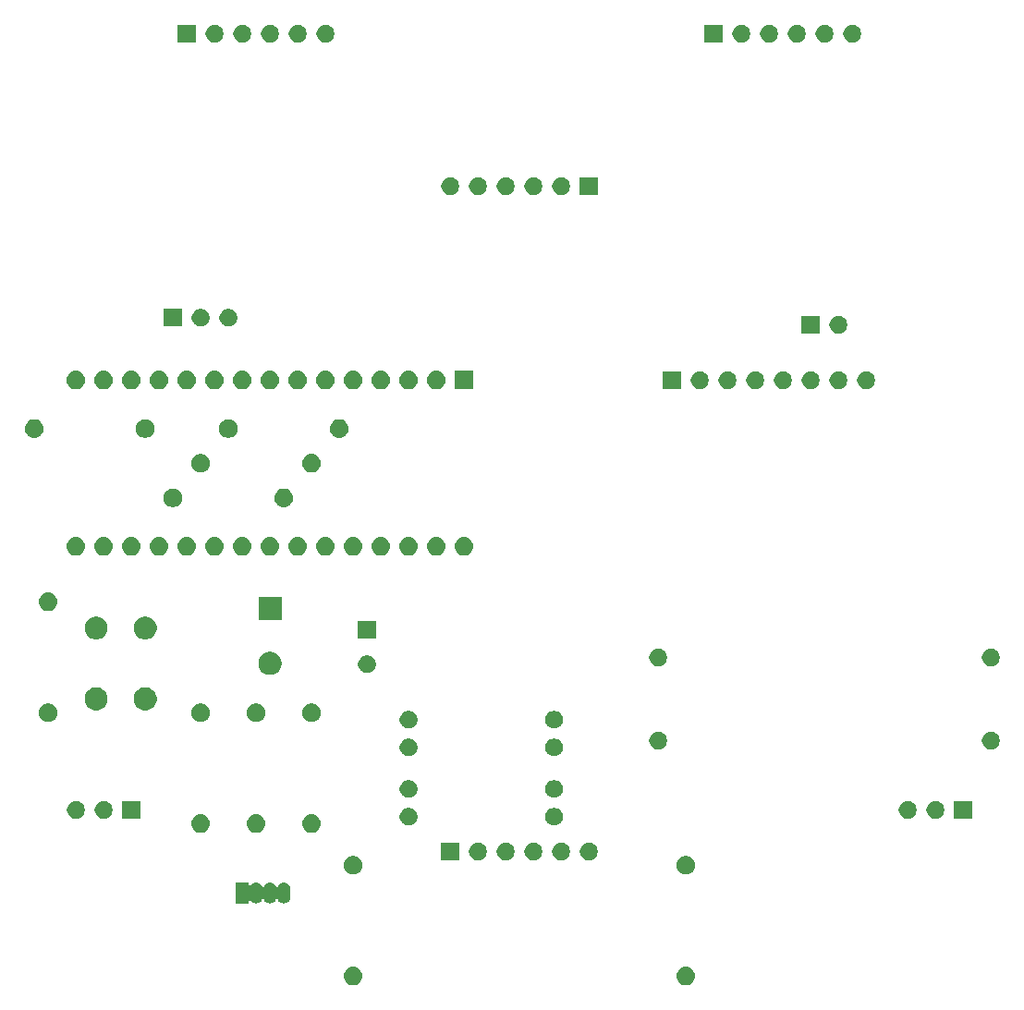
<source format=gts>
G04 #@! TF.GenerationSoftware,KiCad,Pcbnew,(5.0.2)-1*
G04 #@! TF.CreationDate,2019-01-31T01:26:36+01:00*
G04 #@! TF.ProjectId,bigmax,6269676d-6178-42e6-9b69-6361645f7063,v1*
G04 #@! TF.SameCoordinates,Original*
G04 #@! TF.FileFunction,Soldermask,Top*
G04 #@! TF.FilePolarity,Negative*
%FSLAX46Y46*%
G04 Gerber Fmt 4.6, Leading zero omitted, Abs format (unit mm)*
G04 Created by KiCad (PCBNEW (5.0.2)-1) date 31/01/2019 01:26:36*
%MOMM*%
%LPD*%
G01*
G04 APERTURE LIST*
%ADD10C,0.100000*%
G04 APERTURE END LIST*
D10*
G36*
X165266821Y-140131313D02*
X165266824Y-140131314D01*
X165266825Y-140131314D01*
X165427239Y-140179975D01*
X165427241Y-140179976D01*
X165427244Y-140179977D01*
X165575078Y-140258995D01*
X165704659Y-140365341D01*
X165811005Y-140494922D01*
X165890023Y-140642756D01*
X165938687Y-140803179D01*
X165955117Y-140970000D01*
X165938687Y-141136821D01*
X165890023Y-141297244D01*
X165811005Y-141445078D01*
X165704659Y-141574659D01*
X165575078Y-141681005D01*
X165427244Y-141760023D01*
X165427241Y-141760024D01*
X165427239Y-141760025D01*
X165266825Y-141808686D01*
X165266824Y-141808686D01*
X165266821Y-141808687D01*
X165141804Y-141821000D01*
X165058196Y-141821000D01*
X164933179Y-141808687D01*
X164933176Y-141808686D01*
X164933175Y-141808686D01*
X164772761Y-141760025D01*
X164772759Y-141760024D01*
X164772756Y-141760023D01*
X164624922Y-141681005D01*
X164495341Y-141574659D01*
X164388995Y-141445078D01*
X164309977Y-141297244D01*
X164261313Y-141136821D01*
X164244883Y-140970000D01*
X164261313Y-140803179D01*
X164309977Y-140642756D01*
X164388995Y-140494922D01*
X164495341Y-140365341D01*
X164624922Y-140258995D01*
X164772756Y-140179977D01*
X164772759Y-140179976D01*
X164772761Y-140179975D01*
X164933175Y-140131314D01*
X164933176Y-140131314D01*
X164933179Y-140131313D01*
X165058196Y-140119000D01*
X165141804Y-140119000D01*
X165266821Y-140131313D01*
X165266821Y-140131313D01*
G37*
G36*
X134786821Y-140131313D02*
X134786824Y-140131314D01*
X134786825Y-140131314D01*
X134947239Y-140179975D01*
X134947241Y-140179976D01*
X134947244Y-140179977D01*
X135095078Y-140258995D01*
X135224659Y-140365341D01*
X135331005Y-140494922D01*
X135410023Y-140642756D01*
X135458687Y-140803179D01*
X135475117Y-140970000D01*
X135458687Y-141136821D01*
X135410023Y-141297244D01*
X135331005Y-141445078D01*
X135224659Y-141574659D01*
X135095078Y-141681005D01*
X134947244Y-141760023D01*
X134947241Y-141760024D01*
X134947239Y-141760025D01*
X134786825Y-141808686D01*
X134786824Y-141808686D01*
X134786821Y-141808687D01*
X134661804Y-141821000D01*
X134578196Y-141821000D01*
X134453179Y-141808687D01*
X134453176Y-141808686D01*
X134453175Y-141808686D01*
X134292761Y-141760025D01*
X134292759Y-141760024D01*
X134292756Y-141760023D01*
X134144922Y-141681005D01*
X134015341Y-141574659D01*
X133908995Y-141445078D01*
X133829977Y-141297244D01*
X133781313Y-141136821D01*
X133764883Y-140970000D01*
X133781313Y-140803179D01*
X133829977Y-140642756D01*
X133908995Y-140494922D01*
X134015341Y-140365341D01*
X134144922Y-140258995D01*
X134292756Y-140179977D01*
X134292759Y-140179976D01*
X134292761Y-140179975D01*
X134453175Y-140131314D01*
X134453176Y-140131314D01*
X134453179Y-140131313D01*
X134578196Y-140119000D01*
X134661804Y-140119000D01*
X134786821Y-140131313D01*
X134786821Y-140131313D01*
G37*
G36*
X128384876Y-132407479D02*
X128495337Y-132440987D01*
X128597136Y-132495400D01*
X128597138Y-132495402D01*
X128686369Y-132568631D01*
X128701193Y-132586694D01*
X128759599Y-132657860D01*
X128814013Y-132759662D01*
X128847521Y-132870123D01*
X128856000Y-132956214D01*
X128856000Y-133743786D01*
X128847521Y-133829877D01*
X128814013Y-133940338D01*
X128759600Y-134042137D01*
X128686369Y-134131369D01*
X128597137Y-134204600D01*
X128495338Y-134259013D01*
X128384877Y-134292521D01*
X128270000Y-134303835D01*
X128155124Y-134292521D01*
X128044663Y-134259013D01*
X127942864Y-134204600D01*
X127853632Y-134131369D01*
X127780402Y-134042139D01*
X127759249Y-134002563D01*
X127745239Y-133976352D01*
X127731628Y-133955982D01*
X127714301Y-133938655D01*
X127693927Y-133925040D01*
X127671288Y-133915663D01*
X127647254Y-133910882D01*
X127622750Y-133910882D01*
X127598717Y-133915662D01*
X127576078Y-133925039D01*
X127555703Y-133938653D01*
X127538376Y-133955980D01*
X127524761Y-133976355D01*
X127489599Y-134042138D01*
X127416369Y-134131369D01*
X127327137Y-134204600D01*
X127225338Y-134259013D01*
X127114877Y-134292521D01*
X127000000Y-134303835D01*
X126885124Y-134292521D01*
X126774663Y-134259013D01*
X126672864Y-134204600D01*
X126583632Y-134131369D01*
X126510402Y-134042139D01*
X126489249Y-134002563D01*
X126475239Y-133976352D01*
X126461628Y-133955982D01*
X126444301Y-133938655D01*
X126423927Y-133925040D01*
X126401288Y-133915663D01*
X126377254Y-133910882D01*
X126352750Y-133910882D01*
X126328717Y-133915662D01*
X126306078Y-133925039D01*
X126285703Y-133938653D01*
X126268376Y-133955980D01*
X126254761Y-133976355D01*
X126219599Y-134042138D01*
X126146369Y-134131369D01*
X126057137Y-134204600D01*
X125955338Y-134259013D01*
X125844877Y-134292521D01*
X125730000Y-134303835D01*
X125615124Y-134292521D01*
X125504663Y-134259013D01*
X125402864Y-134204600D01*
X125313632Y-134131369D01*
X125267626Y-134075311D01*
X125250298Y-134057984D01*
X125229924Y-134044370D01*
X125207285Y-134034993D01*
X125183251Y-134030213D01*
X125158747Y-134030213D01*
X125134714Y-134034994D01*
X125112075Y-134044371D01*
X125091700Y-134057985D01*
X125074373Y-134075313D01*
X125060759Y-134095687D01*
X125051382Y-134118326D01*
X125046000Y-134154611D01*
X125046000Y-134301000D01*
X123874000Y-134301000D01*
X123874000Y-132399000D01*
X125046000Y-132399000D01*
X125046000Y-132545389D01*
X125048402Y-132569775D01*
X125055515Y-132593224D01*
X125067066Y-132614835D01*
X125082612Y-132633777D01*
X125101554Y-132649323D01*
X125123165Y-132660874D01*
X125146614Y-132667987D01*
X125171000Y-132670389D01*
X125195386Y-132667987D01*
X125218835Y-132660874D01*
X125240446Y-132649323D01*
X125267626Y-132624689D01*
X125275713Y-132614835D01*
X125313631Y-132568631D01*
X125331694Y-132553807D01*
X125402860Y-132495401D01*
X125504662Y-132440987D01*
X125615123Y-132407479D01*
X125730000Y-132396165D01*
X125844876Y-132407479D01*
X125955337Y-132440987D01*
X126057136Y-132495400D01*
X126057138Y-132495402D01*
X126146369Y-132568631D01*
X126161193Y-132586694D01*
X126219599Y-132657860D01*
X126254760Y-132723643D01*
X126268373Y-132744018D01*
X126285700Y-132761345D01*
X126306075Y-132774959D01*
X126328714Y-132784336D01*
X126352747Y-132789117D01*
X126377252Y-132789117D01*
X126401285Y-132784337D01*
X126423924Y-132774959D01*
X126444299Y-132761346D01*
X126461626Y-132744019D01*
X126475240Y-132723644D01*
X126510401Y-132657863D01*
X126545713Y-132614835D01*
X126583631Y-132568631D01*
X126601694Y-132553807D01*
X126672860Y-132495401D01*
X126774662Y-132440987D01*
X126885123Y-132407479D01*
X127000000Y-132396165D01*
X127114876Y-132407479D01*
X127225337Y-132440987D01*
X127327136Y-132495400D01*
X127327138Y-132495402D01*
X127416369Y-132568631D01*
X127431193Y-132586694D01*
X127489599Y-132657860D01*
X127524760Y-132723643D01*
X127538373Y-132744018D01*
X127555700Y-132761345D01*
X127576075Y-132774959D01*
X127598714Y-132784336D01*
X127622747Y-132789117D01*
X127647252Y-132789117D01*
X127671285Y-132784337D01*
X127693924Y-132774959D01*
X127714299Y-132761346D01*
X127731626Y-132744019D01*
X127745240Y-132723644D01*
X127780401Y-132657863D01*
X127815713Y-132614835D01*
X127853631Y-132568631D01*
X127871694Y-132553807D01*
X127942860Y-132495401D01*
X128044662Y-132440987D01*
X128155123Y-132407479D01*
X128270000Y-132396165D01*
X128384876Y-132407479D01*
X128384876Y-132407479D01*
G37*
G36*
X165348228Y-129991703D02*
X165503100Y-130055853D01*
X165642481Y-130148985D01*
X165761015Y-130267519D01*
X165854147Y-130406900D01*
X165918297Y-130561772D01*
X165951000Y-130726184D01*
X165951000Y-130893816D01*
X165918297Y-131058228D01*
X165854147Y-131213100D01*
X165761015Y-131352481D01*
X165642481Y-131471015D01*
X165503100Y-131564147D01*
X165348228Y-131628297D01*
X165183816Y-131661000D01*
X165016184Y-131661000D01*
X164851772Y-131628297D01*
X164696900Y-131564147D01*
X164557519Y-131471015D01*
X164438985Y-131352481D01*
X164345853Y-131213100D01*
X164281703Y-131058228D01*
X164249000Y-130893816D01*
X164249000Y-130726184D01*
X164281703Y-130561772D01*
X164345853Y-130406900D01*
X164438985Y-130267519D01*
X164557519Y-130148985D01*
X164696900Y-130055853D01*
X164851772Y-129991703D01*
X165016184Y-129959000D01*
X165183816Y-129959000D01*
X165348228Y-129991703D01*
X165348228Y-129991703D01*
G37*
G36*
X134868228Y-129991703D02*
X135023100Y-130055853D01*
X135162481Y-130148985D01*
X135281015Y-130267519D01*
X135374147Y-130406900D01*
X135438297Y-130561772D01*
X135471000Y-130726184D01*
X135471000Y-130893816D01*
X135438297Y-131058228D01*
X135374147Y-131213100D01*
X135281015Y-131352481D01*
X135162481Y-131471015D01*
X135023100Y-131564147D01*
X134868228Y-131628297D01*
X134703816Y-131661000D01*
X134536184Y-131661000D01*
X134371772Y-131628297D01*
X134216900Y-131564147D01*
X134077519Y-131471015D01*
X133958985Y-131352481D01*
X133865853Y-131213100D01*
X133801703Y-131058228D01*
X133769000Y-130893816D01*
X133769000Y-130726184D01*
X133801703Y-130561772D01*
X133865853Y-130406900D01*
X133958985Y-130267519D01*
X134077519Y-130148985D01*
X134216900Y-130055853D01*
X134371772Y-129991703D01*
X134536184Y-129959000D01*
X134703816Y-129959000D01*
X134868228Y-129991703D01*
X134868228Y-129991703D01*
G37*
G36*
X153907142Y-128758242D02*
X154055102Y-128819530D01*
X154188258Y-128908502D01*
X154301498Y-129021742D01*
X154390470Y-129154898D01*
X154451758Y-129302858D01*
X154483000Y-129459925D01*
X154483000Y-129620075D01*
X154451758Y-129777142D01*
X154404354Y-129891583D01*
X154390471Y-129925100D01*
X154303105Y-130055854D01*
X154301498Y-130058258D01*
X154188258Y-130171498D01*
X154055102Y-130260470D01*
X154055101Y-130260471D01*
X154055100Y-130260471D01*
X154021583Y-130274354D01*
X153907142Y-130321758D01*
X153750075Y-130353000D01*
X153589925Y-130353000D01*
X153432858Y-130321758D01*
X153318417Y-130274354D01*
X153284900Y-130260471D01*
X153284899Y-130260471D01*
X153284898Y-130260470D01*
X153151742Y-130171498D01*
X153038502Y-130058258D01*
X153036896Y-130055854D01*
X152949529Y-129925100D01*
X152935646Y-129891583D01*
X152888242Y-129777142D01*
X152857000Y-129620075D01*
X152857000Y-129459925D01*
X152888242Y-129302858D01*
X152949530Y-129154898D01*
X153038502Y-129021742D01*
X153151742Y-128908502D01*
X153284898Y-128819530D01*
X153432858Y-128758242D01*
X153589925Y-128727000D01*
X153750075Y-128727000D01*
X153907142Y-128758242D01*
X153907142Y-128758242D01*
G37*
G36*
X156447142Y-128758242D02*
X156595102Y-128819530D01*
X156728258Y-128908502D01*
X156841498Y-129021742D01*
X156930470Y-129154898D01*
X156991758Y-129302858D01*
X157023000Y-129459925D01*
X157023000Y-129620075D01*
X156991758Y-129777142D01*
X156944354Y-129891583D01*
X156930471Y-129925100D01*
X156843105Y-130055854D01*
X156841498Y-130058258D01*
X156728258Y-130171498D01*
X156595102Y-130260470D01*
X156595101Y-130260471D01*
X156595100Y-130260471D01*
X156561583Y-130274354D01*
X156447142Y-130321758D01*
X156290075Y-130353000D01*
X156129925Y-130353000D01*
X155972858Y-130321758D01*
X155858417Y-130274354D01*
X155824900Y-130260471D01*
X155824899Y-130260471D01*
X155824898Y-130260470D01*
X155691742Y-130171498D01*
X155578502Y-130058258D01*
X155576896Y-130055854D01*
X155489529Y-129925100D01*
X155475646Y-129891583D01*
X155428242Y-129777142D01*
X155397000Y-129620075D01*
X155397000Y-129459925D01*
X155428242Y-129302858D01*
X155489530Y-129154898D01*
X155578502Y-129021742D01*
X155691742Y-128908502D01*
X155824898Y-128819530D01*
X155972858Y-128758242D01*
X156129925Y-128727000D01*
X156290075Y-128727000D01*
X156447142Y-128758242D01*
X156447142Y-128758242D01*
G37*
G36*
X148827142Y-128758242D02*
X148975102Y-128819530D01*
X149108258Y-128908502D01*
X149221498Y-129021742D01*
X149310470Y-129154898D01*
X149371758Y-129302858D01*
X149403000Y-129459925D01*
X149403000Y-129620075D01*
X149371758Y-129777142D01*
X149324354Y-129891583D01*
X149310471Y-129925100D01*
X149223105Y-130055854D01*
X149221498Y-130058258D01*
X149108258Y-130171498D01*
X148975102Y-130260470D01*
X148975101Y-130260471D01*
X148975100Y-130260471D01*
X148941583Y-130274354D01*
X148827142Y-130321758D01*
X148670075Y-130353000D01*
X148509925Y-130353000D01*
X148352858Y-130321758D01*
X148238417Y-130274354D01*
X148204900Y-130260471D01*
X148204899Y-130260471D01*
X148204898Y-130260470D01*
X148071742Y-130171498D01*
X147958502Y-130058258D01*
X147956896Y-130055854D01*
X147869529Y-129925100D01*
X147855646Y-129891583D01*
X147808242Y-129777142D01*
X147777000Y-129620075D01*
X147777000Y-129459925D01*
X147808242Y-129302858D01*
X147869530Y-129154898D01*
X147958502Y-129021742D01*
X148071742Y-128908502D01*
X148204898Y-128819530D01*
X148352858Y-128758242D01*
X148509925Y-128727000D01*
X148670075Y-128727000D01*
X148827142Y-128758242D01*
X148827142Y-128758242D01*
G37*
G36*
X146287142Y-128758242D02*
X146435102Y-128819530D01*
X146568258Y-128908502D01*
X146681498Y-129021742D01*
X146770470Y-129154898D01*
X146831758Y-129302858D01*
X146863000Y-129459925D01*
X146863000Y-129620075D01*
X146831758Y-129777142D01*
X146784354Y-129891583D01*
X146770471Y-129925100D01*
X146683105Y-130055854D01*
X146681498Y-130058258D01*
X146568258Y-130171498D01*
X146435102Y-130260470D01*
X146435101Y-130260471D01*
X146435100Y-130260471D01*
X146401583Y-130274354D01*
X146287142Y-130321758D01*
X146130075Y-130353000D01*
X145969925Y-130353000D01*
X145812858Y-130321758D01*
X145698417Y-130274354D01*
X145664900Y-130260471D01*
X145664899Y-130260471D01*
X145664898Y-130260470D01*
X145531742Y-130171498D01*
X145418502Y-130058258D01*
X145416896Y-130055854D01*
X145329529Y-129925100D01*
X145315646Y-129891583D01*
X145268242Y-129777142D01*
X145237000Y-129620075D01*
X145237000Y-129459925D01*
X145268242Y-129302858D01*
X145329530Y-129154898D01*
X145418502Y-129021742D01*
X145531742Y-128908502D01*
X145664898Y-128819530D01*
X145812858Y-128758242D01*
X145969925Y-128727000D01*
X146130075Y-128727000D01*
X146287142Y-128758242D01*
X146287142Y-128758242D01*
G37*
G36*
X144323000Y-130353000D02*
X142697000Y-130353000D01*
X142697000Y-128727000D01*
X144323000Y-128727000D01*
X144323000Y-130353000D01*
X144323000Y-130353000D01*
G37*
G36*
X151367142Y-128758242D02*
X151515102Y-128819530D01*
X151648258Y-128908502D01*
X151761498Y-129021742D01*
X151850470Y-129154898D01*
X151911758Y-129302858D01*
X151943000Y-129459925D01*
X151943000Y-129620075D01*
X151911758Y-129777142D01*
X151864354Y-129891583D01*
X151850471Y-129925100D01*
X151763105Y-130055854D01*
X151761498Y-130058258D01*
X151648258Y-130171498D01*
X151515102Y-130260470D01*
X151515101Y-130260471D01*
X151515100Y-130260471D01*
X151481583Y-130274354D01*
X151367142Y-130321758D01*
X151210075Y-130353000D01*
X151049925Y-130353000D01*
X150892858Y-130321758D01*
X150778417Y-130274354D01*
X150744900Y-130260471D01*
X150744899Y-130260471D01*
X150744898Y-130260470D01*
X150611742Y-130171498D01*
X150498502Y-130058258D01*
X150496896Y-130055854D01*
X150409529Y-129925100D01*
X150395646Y-129891583D01*
X150348242Y-129777142D01*
X150317000Y-129620075D01*
X150317000Y-129459925D01*
X150348242Y-129302858D01*
X150409530Y-129154898D01*
X150498502Y-129021742D01*
X150611742Y-128908502D01*
X150744898Y-128819530D01*
X150892858Y-128758242D01*
X151049925Y-128727000D01*
X151210075Y-128727000D01*
X151367142Y-128758242D01*
X151367142Y-128758242D01*
G37*
G36*
X125896821Y-126161313D02*
X125896824Y-126161314D01*
X125896825Y-126161314D01*
X126057239Y-126209975D01*
X126057241Y-126209976D01*
X126057244Y-126209977D01*
X126205078Y-126288995D01*
X126334659Y-126395341D01*
X126441005Y-126524922D01*
X126520023Y-126672756D01*
X126520024Y-126672759D01*
X126520025Y-126672761D01*
X126543486Y-126750102D01*
X126568687Y-126833179D01*
X126585117Y-127000000D01*
X126568687Y-127166821D01*
X126520023Y-127327244D01*
X126441005Y-127475078D01*
X126334659Y-127604659D01*
X126205078Y-127711005D01*
X126057244Y-127790023D01*
X126057241Y-127790024D01*
X126057239Y-127790025D01*
X125896825Y-127838686D01*
X125896824Y-127838686D01*
X125896821Y-127838687D01*
X125771804Y-127851000D01*
X125688196Y-127851000D01*
X125563179Y-127838687D01*
X125563176Y-127838686D01*
X125563175Y-127838686D01*
X125402761Y-127790025D01*
X125402759Y-127790024D01*
X125402756Y-127790023D01*
X125254922Y-127711005D01*
X125125341Y-127604659D01*
X125018995Y-127475078D01*
X124939977Y-127327244D01*
X124891313Y-127166821D01*
X124874883Y-127000000D01*
X124891313Y-126833179D01*
X124916514Y-126750102D01*
X124939975Y-126672761D01*
X124939976Y-126672759D01*
X124939977Y-126672756D01*
X125018995Y-126524922D01*
X125125341Y-126395341D01*
X125254922Y-126288995D01*
X125402756Y-126209977D01*
X125402759Y-126209976D01*
X125402761Y-126209975D01*
X125563175Y-126161314D01*
X125563176Y-126161314D01*
X125563179Y-126161313D01*
X125688196Y-126149000D01*
X125771804Y-126149000D01*
X125896821Y-126161313D01*
X125896821Y-126161313D01*
G37*
G36*
X130976821Y-126161313D02*
X130976824Y-126161314D01*
X130976825Y-126161314D01*
X131137239Y-126209975D01*
X131137241Y-126209976D01*
X131137244Y-126209977D01*
X131285078Y-126288995D01*
X131414659Y-126395341D01*
X131521005Y-126524922D01*
X131600023Y-126672756D01*
X131600024Y-126672759D01*
X131600025Y-126672761D01*
X131623486Y-126750102D01*
X131648687Y-126833179D01*
X131665117Y-127000000D01*
X131648687Y-127166821D01*
X131600023Y-127327244D01*
X131521005Y-127475078D01*
X131414659Y-127604659D01*
X131285078Y-127711005D01*
X131137244Y-127790023D01*
X131137241Y-127790024D01*
X131137239Y-127790025D01*
X130976825Y-127838686D01*
X130976824Y-127838686D01*
X130976821Y-127838687D01*
X130851804Y-127851000D01*
X130768196Y-127851000D01*
X130643179Y-127838687D01*
X130643176Y-127838686D01*
X130643175Y-127838686D01*
X130482761Y-127790025D01*
X130482759Y-127790024D01*
X130482756Y-127790023D01*
X130334922Y-127711005D01*
X130205341Y-127604659D01*
X130098995Y-127475078D01*
X130019977Y-127327244D01*
X129971313Y-127166821D01*
X129954883Y-127000000D01*
X129971313Y-126833179D01*
X129996514Y-126750102D01*
X130019975Y-126672761D01*
X130019976Y-126672759D01*
X130019977Y-126672756D01*
X130098995Y-126524922D01*
X130205341Y-126395341D01*
X130334922Y-126288995D01*
X130482756Y-126209977D01*
X130482759Y-126209976D01*
X130482761Y-126209975D01*
X130643175Y-126161314D01*
X130643176Y-126161314D01*
X130643179Y-126161313D01*
X130768196Y-126149000D01*
X130851804Y-126149000D01*
X130976821Y-126161313D01*
X130976821Y-126161313D01*
G37*
G36*
X120816821Y-126161313D02*
X120816824Y-126161314D01*
X120816825Y-126161314D01*
X120977239Y-126209975D01*
X120977241Y-126209976D01*
X120977244Y-126209977D01*
X121125078Y-126288995D01*
X121254659Y-126395341D01*
X121361005Y-126524922D01*
X121440023Y-126672756D01*
X121440024Y-126672759D01*
X121440025Y-126672761D01*
X121463486Y-126750102D01*
X121488687Y-126833179D01*
X121505117Y-127000000D01*
X121488687Y-127166821D01*
X121440023Y-127327244D01*
X121361005Y-127475078D01*
X121254659Y-127604659D01*
X121125078Y-127711005D01*
X120977244Y-127790023D01*
X120977241Y-127790024D01*
X120977239Y-127790025D01*
X120816825Y-127838686D01*
X120816824Y-127838686D01*
X120816821Y-127838687D01*
X120691804Y-127851000D01*
X120608196Y-127851000D01*
X120483179Y-127838687D01*
X120483176Y-127838686D01*
X120483175Y-127838686D01*
X120322761Y-127790025D01*
X120322759Y-127790024D01*
X120322756Y-127790023D01*
X120174922Y-127711005D01*
X120045341Y-127604659D01*
X119938995Y-127475078D01*
X119859977Y-127327244D01*
X119811313Y-127166821D01*
X119794883Y-127000000D01*
X119811313Y-126833179D01*
X119836514Y-126750102D01*
X119859975Y-126672761D01*
X119859976Y-126672759D01*
X119859977Y-126672756D01*
X119938995Y-126524922D01*
X120045341Y-126395341D01*
X120174922Y-126288995D01*
X120322756Y-126209977D01*
X120322759Y-126209976D01*
X120322761Y-126209975D01*
X120483175Y-126161314D01*
X120483176Y-126161314D01*
X120483179Y-126161313D01*
X120608196Y-126149000D01*
X120691804Y-126149000D01*
X120816821Y-126161313D01*
X120816821Y-126161313D01*
G37*
G36*
X139937142Y-125583242D02*
X140085102Y-125644530D01*
X140218258Y-125733502D01*
X140331498Y-125846742D01*
X140420470Y-125979898D01*
X140481758Y-126127858D01*
X140513000Y-126284925D01*
X140513000Y-126445075D01*
X140481758Y-126602142D01*
X140420470Y-126750102D01*
X140331498Y-126883258D01*
X140218258Y-126996498D01*
X140085102Y-127085470D01*
X139937142Y-127146758D01*
X139780075Y-127178000D01*
X139619925Y-127178000D01*
X139462858Y-127146758D01*
X139314898Y-127085470D01*
X139181742Y-126996498D01*
X139068502Y-126883258D01*
X138979530Y-126750102D01*
X138918242Y-126602142D01*
X138887000Y-126445075D01*
X138887000Y-126284925D01*
X138918242Y-126127858D01*
X138979530Y-125979898D01*
X139068502Y-125846742D01*
X139181742Y-125733502D01*
X139314898Y-125644530D01*
X139462858Y-125583242D01*
X139619925Y-125552000D01*
X139780075Y-125552000D01*
X139937142Y-125583242D01*
X139937142Y-125583242D01*
G37*
G36*
X153272142Y-125583242D02*
X153420102Y-125644530D01*
X153553258Y-125733502D01*
X153666498Y-125846742D01*
X153755470Y-125979898D01*
X153816758Y-126127858D01*
X153848000Y-126284925D01*
X153848000Y-126445075D01*
X153816758Y-126602142D01*
X153755470Y-126750102D01*
X153666498Y-126883258D01*
X153553258Y-126996498D01*
X153420102Y-127085470D01*
X153272142Y-127146758D01*
X153115075Y-127178000D01*
X152954925Y-127178000D01*
X152797858Y-127146758D01*
X152649898Y-127085470D01*
X152516742Y-126996498D01*
X152403502Y-126883258D01*
X152314530Y-126750102D01*
X152253242Y-126602142D01*
X152222000Y-126445075D01*
X152222000Y-126284925D01*
X152253242Y-126127858D01*
X152314530Y-125979898D01*
X152403502Y-125846742D01*
X152516742Y-125733502D01*
X152649898Y-125644530D01*
X152797858Y-125583242D01*
X152954925Y-125552000D01*
X153115075Y-125552000D01*
X153272142Y-125583242D01*
X153272142Y-125583242D01*
G37*
G36*
X115113000Y-126543000D02*
X113487000Y-126543000D01*
X113487000Y-124917000D01*
X115113000Y-124917000D01*
X115113000Y-126543000D01*
X115113000Y-126543000D01*
G37*
G36*
X185657142Y-124948242D02*
X185805102Y-125009530D01*
X185938258Y-125098502D01*
X186051498Y-125211742D01*
X186140470Y-125344898D01*
X186201758Y-125492858D01*
X186233000Y-125649925D01*
X186233000Y-125810075D01*
X186201758Y-125967142D01*
X186140470Y-126115102D01*
X186051498Y-126248258D01*
X185938258Y-126361498D01*
X185805102Y-126450470D01*
X185657142Y-126511758D01*
X185500075Y-126543000D01*
X185339925Y-126543000D01*
X185182858Y-126511758D01*
X185034898Y-126450470D01*
X184901742Y-126361498D01*
X184788502Y-126248258D01*
X184699530Y-126115102D01*
X184638242Y-125967142D01*
X184607000Y-125810075D01*
X184607000Y-125649925D01*
X184638242Y-125492858D01*
X184699530Y-125344898D01*
X184788502Y-125211742D01*
X184901742Y-125098502D01*
X185034898Y-125009530D01*
X185182858Y-124948242D01*
X185339925Y-124917000D01*
X185500075Y-124917000D01*
X185657142Y-124948242D01*
X185657142Y-124948242D01*
G37*
G36*
X188197142Y-124948242D02*
X188345102Y-125009530D01*
X188478258Y-125098502D01*
X188591498Y-125211742D01*
X188680470Y-125344898D01*
X188741758Y-125492858D01*
X188773000Y-125649925D01*
X188773000Y-125810075D01*
X188741758Y-125967142D01*
X188680470Y-126115102D01*
X188591498Y-126248258D01*
X188478258Y-126361498D01*
X188345102Y-126450470D01*
X188197142Y-126511758D01*
X188040075Y-126543000D01*
X187879925Y-126543000D01*
X187722858Y-126511758D01*
X187574898Y-126450470D01*
X187441742Y-126361498D01*
X187328502Y-126248258D01*
X187239530Y-126115102D01*
X187178242Y-125967142D01*
X187147000Y-125810075D01*
X187147000Y-125649925D01*
X187178242Y-125492858D01*
X187239530Y-125344898D01*
X187328502Y-125211742D01*
X187441742Y-125098502D01*
X187574898Y-125009530D01*
X187722858Y-124948242D01*
X187879925Y-124917000D01*
X188040075Y-124917000D01*
X188197142Y-124948242D01*
X188197142Y-124948242D01*
G37*
G36*
X191313000Y-126543000D02*
X189687000Y-126543000D01*
X189687000Y-124917000D01*
X191313000Y-124917000D01*
X191313000Y-126543000D01*
X191313000Y-126543000D01*
G37*
G36*
X109457142Y-124948242D02*
X109605102Y-125009530D01*
X109738258Y-125098502D01*
X109851498Y-125211742D01*
X109940470Y-125344898D01*
X110001758Y-125492858D01*
X110033000Y-125649925D01*
X110033000Y-125810075D01*
X110001758Y-125967142D01*
X109940470Y-126115102D01*
X109851498Y-126248258D01*
X109738258Y-126361498D01*
X109605102Y-126450470D01*
X109457142Y-126511758D01*
X109300075Y-126543000D01*
X109139925Y-126543000D01*
X108982858Y-126511758D01*
X108834898Y-126450470D01*
X108701742Y-126361498D01*
X108588502Y-126248258D01*
X108499530Y-126115102D01*
X108438242Y-125967142D01*
X108407000Y-125810075D01*
X108407000Y-125649925D01*
X108438242Y-125492858D01*
X108499530Y-125344898D01*
X108588502Y-125211742D01*
X108701742Y-125098502D01*
X108834898Y-125009530D01*
X108982858Y-124948242D01*
X109139925Y-124917000D01*
X109300075Y-124917000D01*
X109457142Y-124948242D01*
X109457142Y-124948242D01*
G37*
G36*
X111997142Y-124948242D02*
X112145102Y-125009530D01*
X112278258Y-125098502D01*
X112391498Y-125211742D01*
X112480470Y-125344898D01*
X112541758Y-125492858D01*
X112573000Y-125649925D01*
X112573000Y-125810075D01*
X112541758Y-125967142D01*
X112480470Y-126115102D01*
X112391498Y-126248258D01*
X112278258Y-126361498D01*
X112145102Y-126450470D01*
X111997142Y-126511758D01*
X111840075Y-126543000D01*
X111679925Y-126543000D01*
X111522858Y-126511758D01*
X111374898Y-126450470D01*
X111241742Y-126361498D01*
X111128502Y-126248258D01*
X111039530Y-126115102D01*
X110978242Y-125967142D01*
X110947000Y-125810075D01*
X110947000Y-125649925D01*
X110978242Y-125492858D01*
X111039530Y-125344898D01*
X111128502Y-125211742D01*
X111241742Y-125098502D01*
X111374898Y-125009530D01*
X111522858Y-124948242D01*
X111679925Y-124917000D01*
X111840075Y-124917000D01*
X111997142Y-124948242D01*
X111997142Y-124948242D01*
G37*
G36*
X153272142Y-123043242D02*
X153420102Y-123104530D01*
X153553258Y-123193502D01*
X153666498Y-123306742D01*
X153755470Y-123439898D01*
X153816758Y-123587858D01*
X153848000Y-123744925D01*
X153848000Y-123905075D01*
X153816758Y-124062142D01*
X153755470Y-124210102D01*
X153666498Y-124343258D01*
X153553258Y-124456498D01*
X153420102Y-124545470D01*
X153272142Y-124606758D01*
X153115075Y-124638000D01*
X152954925Y-124638000D01*
X152797858Y-124606758D01*
X152649898Y-124545470D01*
X152516742Y-124456498D01*
X152403502Y-124343258D01*
X152314530Y-124210102D01*
X152253242Y-124062142D01*
X152222000Y-123905075D01*
X152222000Y-123744925D01*
X152253242Y-123587858D01*
X152314530Y-123439898D01*
X152403502Y-123306742D01*
X152516742Y-123193502D01*
X152649898Y-123104530D01*
X152797858Y-123043242D01*
X152954925Y-123012000D01*
X153115075Y-123012000D01*
X153272142Y-123043242D01*
X153272142Y-123043242D01*
G37*
G36*
X139937142Y-123043242D02*
X140085102Y-123104530D01*
X140218258Y-123193502D01*
X140331498Y-123306742D01*
X140420470Y-123439898D01*
X140481758Y-123587858D01*
X140513000Y-123744925D01*
X140513000Y-123905075D01*
X140481758Y-124062142D01*
X140420470Y-124210102D01*
X140331498Y-124343258D01*
X140218258Y-124456498D01*
X140085102Y-124545470D01*
X139937142Y-124606758D01*
X139780075Y-124638000D01*
X139619925Y-124638000D01*
X139462858Y-124606758D01*
X139314898Y-124545470D01*
X139181742Y-124456498D01*
X139068502Y-124343258D01*
X138979530Y-124210102D01*
X138918242Y-124062142D01*
X138887000Y-123905075D01*
X138887000Y-123744925D01*
X138918242Y-123587858D01*
X138979530Y-123439898D01*
X139068502Y-123306742D01*
X139181742Y-123193502D01*
X139314898Y-123104530D01*
X139462858Y-123043242D01*
X139619925Y-123012000D01*
X139780075Y-123012000D01*
X139937142Y-123043242D01*
X139937142Y-123043242D01*
G37*
G36*
X139937142Y-119233242D02*
X140085102Y-119294530D01*
X140218258Y-119383502D01*
X140331498Y-119496742D01*
X140420470Y-119629898D01*
X140481758Y-119777858D01*
X140513000Y-119934925D01*
X140513000Y-120095075D01*
X140481758Y-120252142D01*
X140420470Y-120400102D01*
X140331498Y-120533258D01*
X140218258Y-120646498D01*
X140085102Y-120735470D01*
X139937142Y-120796758D01*
X139780075Y-120828000D01*
X139619925Y-120828000D01*
X139462858Y-120796758D01*
X139314898Y-120735470D01*
X139181742Y-120646498D01*
X139068502Y-120533258D01*
X138979530Y-120400102D01*
X138918242Y-120252142D01*
X138887000Y-120095075D01*
X138887000Y-119934925D01*
X138918242Y-119777858D01*
X138979530Y-119629898D01*
X139068502Y-119496742D01*
X139181742Y-119383502D01*
X139314898Y-119294530D01*
X139462858Y-119233242D01*
X139619925Y-119202000D01*
X139780075Y-119202000D01*
X139937142Y-119233242D01*
X139937142Y-119233242D01*
G37*
G36*
X153272142Y-119233242D02*
X153420102Y-119294530D01*
X153553258Y-119383502D01*
X153666498Y-119496742D01*
X153755470Y-119629898D01*
X153816758Y-119777858D01*
X153848000Y-119934925D01*
X153848000Y-120095075D01*
X153816758Y-120252142D01*
X153755470Y-120400102D01*
X153666498Y-120533258D01*
X153553258Y-120646498D01*
X153420102Y-120735470D01*
X153272142Y-120796758D01*
X153115075Y-120828000D01*
X152954925Y-120828000D01*
X152797858Y-120796758D01*
X152649898Y-120735470D01*
X152516742Y-120646498D01*
X152403502Y-120533258D01*
X152314530Y-120400102D01*
X152253242Y-120252142D01*
X152222000Y-120095075D01*
X152222000Y-119934925D01*
X152253242Y-119777858D01*
X152314530Y-119629898D01*
X152403502Y-119496742D01*
X152516742Y-119383502D01*
X152649898Y-119294530D01*
X152797858Y-119233242D01*
X152954925Y-119202000D01*
X153115075Y-119202000D01*
X153272142Y-119233242D01*
X153272142Y-119233242D01*
G37*
G36*
X162797142Y-118598242D02*
X162945102Y-118659530D01*
X163078258Y-118748502D01*
X163191498Y-118861742D01*
X163280470Y-118994898D01*
X163341758Y-119142858D01*
X163373000Y-119299925D01*
X163373000Y-119460075D01*
X163341758Y-119617142D01*
X163280470Y-119765102D01*
X163191498Y-119898258D01*
X163078258Y-120011498D01*
X162945102Y-120100470D01*
X162797142Y-120161758D01*
X162640075Y-120193000D01*
X162479925Y-120193000D01*
X162322858Y-120161758D01*
X162174898Y-120100470D01*
X162041742Y-120011498D01*
X161928502Y-119898258D01*
X161839530Y-119765102D01*
X161778242Y-119617142D01*
X161747000Y-119460075D01*
X161747000Y-119299925D01*
X161778242Y-119142858D01*
X161839530Y-118994898D01*
X161928502Y-118861742D01*
X162041742Y-118748502D01*
X162174898Y-118659530D01*
X162322858Y-118598242D01*
X162479925Y-118567000D01*
X162640075Y-118567000D01*
X162797142Y-118598242D01*
X162797142Y-118598242D01*
G37*
G36*
X193277142Y-118598242D02*
X193425102Y-118659530D01*
X193558258Y-118748502D01*
X193671498Y-118861742D01*
X193760470Y-118994898D01*
X193821758Y-119142858D01*
X193853000Y-119299925D01*
X193853000Y-119460075D01*
X193821758Y-119617142D01*
X193760470Y-119765102D01*
X193671498Y-119898258D01*
X193558258Y-120011498D01*
X193425102Y-120100470D01*
X193277142Y-120161758D01*
X193120075Y-120193000D01*
X192959925Y-120193000D01*
X192802858Y-120161758D01*
X192654898Y-120100470D01*
X192521742Y-120011498D01*
X192408502Y-119898258D01*
X192319530Y-119765102D01*
X192258242Y-119617142D01*
X192227000Y-119460075D01*
X192227000Y-119299925D01*
X192258242Y-119142858D01*
X192319530Y-118994898D01*
X192408502Y-118861742D01*
X192521742Y-118748502D01*
X192654898Y-118659530D01*
X192802858Y-118598242D01*
X192959925Y-118567000D01*
X193120075Y-118567000D01*
X193277142Y-118598242D01*
X193277142Y-118598242D01*
G37*
G36*
X139937142Y-116693242D02*
X140085102Y-116754530D01*
X140218258Y-116843502D01*
X140331498Y-116956742D01*
X140420470Y-117089898D01*
X140481758Y-117237858D01*
X140513000Y-117394925D01*
X140513000Y-117555075D01*
X140481758Y-117712142D01*
X140420470Y-117860102D01*
X140331498Y-117993258D01*
X140218258Y-118106498D01*
X140085102Y-118195470D01*
X139937142Y-118256758D01*
X139780075Y-118288000D01*
X139619925Y-118288000D01*
X139462858Y-118256758D01*
X139314898Y-118195470D01*
X139181742Y-118106498D01*
X139068502Y-117993258D01*
X138979530Y-117860102D01*
X138918242Y-117712142D01*
X138887000Y-117555075D01*
X138887000Y-117394925D01*
X138918242Y-117237858D01*
X138979530Y-117089898D01*
X139068502Y-116956742D01*
X139181742Y-116843502D01*
X139314898Y-116754530D01*
X139462858Y-116693242D01*
X139619925Y-116662000D01*
X139780075Y-116662000D01*
X139937142Y-116693242D01*
X139937142Y-116693242D01*
G37*
G36*
X153272142Y-116693242D02*
X153420102Y-116754530D01*
X153553258Y-116843502D01*
X153666498Y-116956742D01*
X153755470Y-117089898D01*
X153816758Y-117237858D01*
X153848000Y-117394925D01*
X153848000Y-117555075D01*
X153816758Y-117712142D01*
X153755470Y-117860102D01*
X153666498Y-117993258D01*
X153553258Y-118106498D01*
X153420102Y-118195470D01*
X153272142Y-118256758D01*
X153115075Y-118288000D01*
X152954925Y-118288000D01*
X152797858Y-118256758D01*
X152649898Y-118195470D01*
X152516742Y-118106498D01*
X152403502Y-117993258D01*
X152314530Y-117860102D01*
X152253242Y-117712142D01*
X152222000Y-117555075D01*
X152222000Y-117394925D01*
X152253242Y-117237858D01*
X152314530Y-117089898D01*
X152403502Y-116956742D01*
X152516742Y-116843502D01*
X152649898Y-116754530D01*
X152797858Y-116693242D01*
X152954925Y-116662000D01*
X153115075Y-116662000D01*
X153272142Y-116693242D01*
X153272142Y-116693242D01*
G37*
G36*
X131058228Y-116021703D02*
X131213100Y-116085853D01*
X131352481Y-116178985D01*
X131471015Y-116297519D01*
X131564147Y-116436900D01*
X131628297Y-116591772D01*
X131661000Y-116756184D01*
X131661000Y-116923816D01*
X131628297Y-117088228D01*
X131564147Y-117243100D01*
X131471015Y-117382481D01*
X131352481Y-117501015D01*
X131213100Y-117594147D01*
X131058228Y-117658297D01*
X130893816Y-117691000D01*
X130726184Y-117691000D01*
X130561772Y-117658297D01*
X130406900Y-117594147D01*
X130267519Y-117501015D01*
X130148985Y-117382481D01*
X130055853Y-117243100D01*
X129991703Y-117088228D01*
X129959000Y-116923816D01*
X129959000Y-116756184D01*
X129991703Y-116591772D01*
X130055853Y-116436900D01*
X130148985Y-116297519D01*
X130267519Y-116178985D01*
X130406900Y-116085853D01*
X130561772Y-116021703D01*
X130726184Y-115989000D01*
X130893816Y-115989000D01*
X131058228Y-116021703D01*
X131058228Y-116021703D01*
G37*
G36*
X125978228Y-116021703D02*
X126133100Y-116085853D01*
X126272481Y-116178985D01*
X126391015Y-116297519D01*
X126484147Y-116436900D01*
X126548297Y-116591772D01*
X126581000Y-116756184D01*
X126581000Y-116923816D01*
X126548297Y-117088228D01*
X126484147Y-117243100D01*
X126391015Y-117382481D01*
X126272481Y-117501015D01*
X126133100Y-117594147D01*
X125978228Y-117658297D01*
X125813816Y-117691000D01*
X125646184Y-117691000D01*
X125481772Y-117658297D01*
X125326900Y-117594147D01*
X125187519Y-117501015D01*
X125068985Y-117382481D01*
X124975853Y-117243100D01*
X124911703Y-117088228D01*
X124879000Y-116923816D01*
X124879000Y-116756184D01*
X124911703Y-116591772D01*
X124975853Y-116436900D01*
X125068985Y-116297519D01*
X125187519Y-116178985D01*
X125326900Y-116085853D01*
X125481772Y-116021703D01*
X125646184Y-115989000D01*
X125813816Y-115989000D01*
X125978228Y-116021703D01*
X125978228Y-116021703D01*
G37*
G36*
X120898228Y-116021703D02*
X121053100Y-116085853D01*
X121192481Y-116178985D01*
X121311015Y-116297519D01*
X121404147Y-116436900D01*
X121468297Y-116591772D01*
X121501000Y-116756184D01*
X121501000Y-116923816D01*
X121468297Y-117088228D01*
X121404147Y-117243100D01*
X121311015Y-117382481D01*
X121192481Y-117501015D01*
X121053100Y-117594147D01*
X120898228Y-117658297D01*
X120733816Y-117691000D01*
X120566184Y-117691000D01*
X120401772Y-117658297D01*
X120246900Y-117594147D01*
X120107519Y-117501015D01*
X119988985Y-117382481D01*
X119895853Y-117243100D01*
X119831703Y-117088228D01*
X119799000Y-116923816D01*
X119799000Y-116756184D01*
X119831703Y-116591772D01*
X119895853Y-116436900D01*
X119988985Y-116297519D01*
X120107519Y-116178985D01*
X120246900Y-116085853D01*
X120401772Y-116021703D01*
X120566184Y-115989000D01*
X120733816Y-115989000D01*
X120898228Y-116021703D01*
X120898228Y-116021703D01*
G37*
G36*
X106928228Y-116021703D02*
X107083100Y-116085853D01*
X107222481Y-116178985D01*
X107341015Y-116297519D01*
X107434147Y-116436900D01*
X107498297Y-116591772D01*
X107531000Y-116756184D01*
X107531000Y-116923816D01*
X107498297Y-117088228D01*
X107434147Y-117243100D01*
X107341015Y-117382481D01*
X107222481Y-117501015D01*
X107083100Y-117594147D01*
X106928228Y-117658297D01*
X106763816Y-117691000D01*
X106596184Y-117691000D01*
X106431772Y-117658297D01*
X106276900Y-117594147D01*
X106137519Y-117501015D01*
X106018985Y-117382481D01*
X105925853Y-117243100D01*
X105861703Y-117088228D01*
X105829000Y-116923816D01*
X105829000Y-116756184D01*
X105861703Y-116591772D01*
X105925853Y-116436900D01*
X106018985Y-116297519D01*
X106137519Y-116178985D01*
X106276900Y-116085853D01*
X106431772Y-116021703D01*
X106596184Y-115989000D01*
X106763816Y-115989000D01*
X106928228Y-116021703D01*
X106928228Y-116021703D01*
G37*
G36*
X115876565Y-114559389D02*
X116067834Y-114638615D01*
X116239976Y-114753637D01*
X116386363Y-114900024D01*
X116501385Y-115072166D01*
X116580611Y-115263435D01*
X116621000Y-115466484D01*
X116621000Y-115673516D01*
X116580611Y-115876565D01*
X116501385Y-116067834D01*
X116386363Y-116239976D01*
X116239976Y-116386363D01*
X116067834Y-116501385D01*
X115876565Y-116580611D01*
X115673516Y-116621000D01*
X115466484Y-116621000D01*
X115263435Y-116580611D01*
X115072166Y-116501385D01*
X114900024Y-116386363D01*
X114753637Y-116239976D01*
X114638615Y-116067834D01*
X114559389Y-115876565D01*
X114519000Y-115673516D01*
X114519000Y-115466484D01*
X114559389Y-115263435D01*
X114638615Y-115072166D01*
X114753637Y-114900024D01*
X114900024Y-114753637D01*
X115072166Y-114638615D01*
X115263435Y-114559389D01*
X115466484Y-114519000D01*
X115673516Y-114519000D01*
X115876565Y-114559389D01*
X115876565Y-114559389D01*
G37*
G36*
X111376565Y-114559389D02*
X111567834Y-114638615D01*
X111739976Y-114753637D01*
X111886363Y-114900024D01*
X112001385Y-115072166D01*
X112080611Y-115263435D01*
X112121000Y-115466484D01*
X112121000Y-115673516D01*
X112080611Y-115876565D01*
X112001385Y-116067834D01*
X111886363Y-116239976D01*
X111739976Y-116386363D01*
X111567834Y-116501385D01*
X111376565Y-116580611D01*
X111173516Y-116621000D01*
X110966484Y-116621000D01*
X110763435Y-116580611D01*
X110572166Y-116501385D01*
X110400024Y-116386363D01*
X110253637Y-116239976D01*
X110138615Y-116067834D01*
X110059389Y-115876565D01*
X110019000Y-115673516D01*
X110019000Y-115466484D01*
X110059389Y-115263435D01*
X110138615Y-115072166D01*
X110253637Y-114900024D01*
X110400024Y-114753637D01*
X110572166Y-114638615D01*
X110763435Y-114559389D01*
X110966484Y-114519000D01*
X111173516Y-114519000D01*
X111376565Y-114559389D01*
X111376565Y-114559389D01*
G37*
G36*
X127306565Y-111304389D02*
X127497834Y-111383615D01*
X127669976Y-111498637D01*
X127816363Y-111645024D01*
X127931385Y-111817166D01*
X128010611Y-112008435D01*
X128051000Y-112211484D01*
X128051000Y-112418516D01*
X128010611Y-112621565D01*
X127931385Y-112812834D01*
X127816363Y-112984976D01*
X127669976Y-113131363D01*
X127497834Y-113246385D01*
X127306565Y-113325611D01*
X127103516Y-113366000D01*
X126896484Y-113366000D01*
X126693435Y-113325611D01*
X126502166Y-113246385D01*
X126330024Y-113131363D01*
X126183637Y-112984976D01*
X126068615Y-112812834D01*
X125989389Y-112621565D01*
X125949000Y-112418516D01*
X125949000Y-112211484D01*
X125989389Y-112008435D01*
X126068615Y-111817166D01*
X126183637Y-111645024D01*
X126330024Y-111498637D01*
X126502166Y-111383615D01*
X126693435Y-111304389D01*
X126896484Y-111264000D01*
X127103516Y-111264000D01*
X127306565Y-111304389D01*
X127306565Y-111304389D01*
G37*
G36*
X136127142Y-111613242D02*
X136275102Y-111674530D01*
X136408258Y-111763502D01*
X136521498Y-111876742D01*
X136610470Y-112009898D01*
X136671758Y-112157858D01*
X136703000Y-112314925D01*
X136703000Y-112475075D01*
X136671758Y-112632142D01*
X136610470Y-112780102D01*
X136521498Y-112913258D01*
X136408258Y-113026498D01*
X136275102Y-113115470D01*
X136127142Y-113176758D01*
X135970075Y-113208000D01*
X135809925Y-113208000D01*
X135652858Y-113176758D01*
X135504898Y-113115470D01*
X135371742Y-113026498D01*
X135258502Y-112913258D01*
X135169530Y-112780102D01*
X135108242Y-112632142D01*
X135077000Y-112475075D01*
X135077000Y-112314925D01*
X135108242Y-112157858D01*
X135169530Y-112009898D01*
X135258502Y-111876742D01*
X135371742Y-111763502D01*
X135504898Y-111674530D01*
X135652858Y-111613242D01*
X135809925Y-111582000D01*
X135970075Y-111582000D01*
X136127142Y-111613242D01*
X136127142Y-111613242D01*
G37*
G36*
X162797142Y-110978242D02*
X162945102Y-111039530D01*
X163012130Y-111084317D01*
X163078257Y-111128501D01*
X163191499Y-111241743D01*
X163233357Y-111304389D01*
X163280470Y-111374898D01*
X163341758Y-111522858D01*
X163373000Y-111679925D01*
X163373000Y-111840075D01*
X163341758Y-111997142D01*
X163280470Y-112145102D01*
X163191498Y-112278258D01*
X163078258Y-112391498D01*
X162945102Y-112480470D01*
X162797142Y-112541758D01*
X162640075Y-112573000D01*
X162479925Y-112573000D01*
X162322858Y-112541758D01*
X162174898Y-112480470D01*
X162041742Y-112391498D01*
X161928502Y-112278258D01*
X161839530Y-112145102D01*
X161778242Y-111997142D01*
X161747000Y-111840075D01*
X161747000Y-111679925D01*
X161778242Y-111522858D01*
X161839530Y-111374898D01*
X161886643Y-111304389D01*
X161928501Y-111241743D01*
X162041743Y-111128501D01*
X162107870Y-111084317D01*
X162174898Y-111039530D01*
X162322858Y-110978242D01*
X162479925Y-110947000D01*
X162640075Y-110947000D01*
X162797142Y-110978242D01*
X162797142Y-110978242D01*
G37*
G36*
X193277142Y-110978242D02*
X193425102Y-111039530D01*
X193492130Y-111084317D01*
X193558257Y-111128501D01*
X193671499Y-111241743D01*
X193713357Y-111304389D01*
X193760470Y-111374898D01*
X193821758Y-111522858D01*
X193853000Y-111679925D01*
X193853000Y-111840075D01*
X193821758Y-111997142D01*
X193760470Y-112145102D01*
X193671498Y-112278258D01*
X193558258Y-112391498D01*
X193425102Y-112480470D01*
X193277142Y-112541758D01*
X193120075Y-112573000D01*
X192959925Y-112573000D01*
X192802858Y-112541758D01*
X192654898Y-112480470D01*
X192521742Y-112391498D01*
X192408502Y-112278258D01*
X192319530Y-112145102D01*
X192258242Y-111997142D01*
X192227000Y-111840075D01*
X192227000Y-111679925D01*
X192258242Y-111522858D01*
X192319530Y-111374898D01*
X192366643Y-111304389D01*
X192408501Y-111241743D01*
X192521743Y-111128501D01*
X192587870Y-111084317D01*
X192654898Y-111039530D01*
X192802858Y-110978242D01*
X192959925Y-110947000D01*
X193120075Y-110947000D01*
X193277142Y-110978242D01*
X193277142Y-110978242D01*
G37*
G36*
X115876565Y-108059389D02*
X116067834Y-108138615D01*
X116239976Y-108253637D01*
X116386363Y-108400024D01*
X116501385Y-108572166D01*
X116580611Y-108763435D01*
X116621000Y-108966484D01*
X116621000Y-109173516D01*
X116580611Y-109376565D01*
X116501385Y-109567834D01*
X116386363Y-109739976D01*
X116239976Y-109886363D01*
X116067834Y-110001385D01*
X115876565Y-110080611D01*
X115673516Y-110121000D01*
X115466484Y-110121000D01*
X115263435Y-110080611D01*
X115072166Y-110001385D01*
X114900024Y-109886363D01*
X114753637Y-109739976D01*
X114638615Y-109567834D01*
X114559389Y-109376565D01*
X114519000Y-109173516D01*
X114519000Y-108966484D01*
X114559389Y-108763435D01*
X114638615Y-108572166D01*
X114753637Y-108400024D01*
X114900024Y-108253637D01*
X115072166Y-108138615D01*
X115263435Y-108059389D01*
X115466484Y-108019000D01*
X115673516Y-108019000D01*
X115876565Y-108059389D01*
X115876565Y-108059389D01*
G37*
G36*
X111376565Y-108059389D02*
X111567834Y-108138615D01*
X111739976Y-108253637D01*
X111886363Y-108400024D01*
X112001385Y-108572166D01*
X112080611Y-108763435D01*
X112121000Y-108966484D01*
X112121000Y-109173516D01*
X112080611Y-109376565D01*
X112001385Y-109567834D01*
X111886363Y-109739976D01*
X111739976Y-109886363D01*
X111567834Y-110001385D01*
X111376565Y-110080611D01*
X111173516Y-110121000D01*
X110966484Y-110121000D01*
X110763435Y-110080611D01*
X110572166Y-110001385D01*
X110400024Y-109886363D01*
X110253637Y-109739976D01*
X110138615Y-109567834D01*
X110059389Y-109376565D01*
X110019000Y-109173516D01*
X110019000Y-108966484D01*
X110059389Y-108763435D01*
X110138615Y-108572166D01*
X110253637Y-108400024D01*
X110400024Y-108253637D01*
X110572166Y-108138615D01*
X110763435Y-108059389D01*
X110966484Y-108019000D01*
X111173516Y-108019000D01*
X111376565Y-108059389D01*
X111376565Y-108059389D01*
G37*
G36*
X136703000Y-110033000D02*
X135077000Y-110033000D01*
X135077000Y-108407000D01*
X136703000Y-108407000D01*
X136703000Y-110033000D01*
X136703000Y-110033000D01*
G37*
G36*
X128051000Y-108366000D02*
X125949000Y-108366000D01*
X125949000Y-106264000D01*
X128051000Y-106264000D01*
X128051000Y-108366000D01*
X128051000Y-108366000D01*
G37*
G36*
X106846821Y-105841313D02*
X106846824Y-105841314D01*
X106846825Y-105841314D01*
X107007239Y-105889975D01*
X107007241Y-105889976D01*
X107007244Y-105889977D01*
X107155078Y-105968995D01*
X107284659Y-106075341D01*
X107391005Y-106204922D01*
X107470023Y-106352756D01*
X107518687Y-106513179D01*
X107535117Y-106680000D01*
X107518687Y-106846821D01*
X107470023Y-107007244D01*
X107391005Y-107155078D01*
X107284659Y-107284659D01*
X107155078Y-107391005D01*
X107007244Y-107470023D01*
X107007241Y-107470024D01*
X107007239Y-107470025D01*
X106846825Y-107518686D01*
X106846824Y-107518686D01*
X106846821Y-107518687D01*
X106721804Y-107531000D01*
X106638196Y-107531000D01*
X106513179Y-107518687D01*
X106513176Y-107518686D01*
X106513175Y-107518686D01*
X106352761Y-107470025D01*
X106352759Y-107470024D01*
X106352756Y-107470023D01*
X106204922Y-107391005D01*
X106075341Y-107284659D01*
X105968995Y-107155078D01*
X105889977Y-107007244D01*
X105841313Y-106846821D01*
X105824883Y-106680000D01*
X105841313Y-106513179D01*
X105889977Y-106352756D01*
X105968995Y-106204922D01*
X106075341Y-106075341D01*
X106204922Y-105968995D01*
X106352756Y-105889977D01*
X106352759Y-105889976D01*
X106352761Y-105889975D01*
X106513175Y-105841314D01*
X106513176Y-105841314D01*
X106513179Y-105841313D01*
X106638196Y-105829000D01*
X106721804Y-105829000D01*
X106846821Y-105841313D01*
X106846821Y-105841313D01*
G37*
G36*
X142406821Y-100761313D02*
X142406824Y-100761314D01*
X142406825Y-100761314D01*
X142567239Y-100809975D01*
X142567241Y-100809976D01*
X142567244Y-100809977D01*
X142715078Y-100888995D01*
X142844659Y-100995341D01*
X142951005Y-101124922D01*
X143030023Y-101272756D01*
X143078687Y-101433179D01*
X143095117Y-101600000D01*
X143078687Y-101766821D01*
X143030023Y-101927244D01*
X142951005Y-102075078D01*
X142844659Y-102204659D01*
X142715078Y-102311005D01*
X142567244Y-102390023D01*
X142567241Y-102390024D01*
X142567239Y-102390025D01*
X142406825Y-102438686D01*
X142406824Y-102438686D01*
X142406821Y-102438687D01*
X142281804Y-102451000D01*
X142198196Y-102451000D01*
X142073179Y-102438687D01*
X142073176Y-102438686D01*
X142073175Y-102438686D01*
X141912761Y-102390025D01*
X141912759Y-102390024D01*
X141912756Y-102390023D01*
X141764922Y-102311005D01*
X141635341Y-102204659D01*
X141528995Y-102075078D01*
X141449977Y-101927244D01*
X141401313Y-101766821D01*
X141384883Y-101600000D01*
X141401313Y-101433179D01*
X141449977Y-101272756D01*
X141528995Y-101124922D01*
X141635341Y-100995341D01*
X141764922Y-100888995D01*
X141912756Y-100809977D01*
X141912759Y-100809976D01*
X141912761Y-100809975D01*
X142073175Y-100761314D01*
X142073176Y-100761314D01*
X142073179Y-100761313D01*
X142198196Y-100749000D01*
X142281804Y-100749000D01*
X142406821Y-100761313D01*
X142406821Y-100761313D01*
G37*
G36*
X139866821Y-100761313D02*
X139866824Y-100761314D01*
X139866825Y-100761314D01*
X140027239Y-100809975D01*
X140027241Y-100809976D01*
X140027244Y-100809977D01*
X140175078Y-100888995D01*
X140304659Y-100995341D01*
X140411005Y-101124922D01*
X140490023Y-101272756D01*
X140538687Y-101433179D01*
X140555117Y-101600000D01*
X140538687Y-101766821D01*
X140490023Y-101927244D01*
X140411005Y-102075078D01*
X140304659Y-102204659D01*
X140175078Y-102311005D01*
X140027244Y-102390023D01*
X140027241Y-102390024D01*
X140027239Y-102390025D01*
X139866825Y-102438686D01*
X139866824Y-102438686D01*
X139866821Y-102438687D01*
X139741804Y-102451000D01*
X139658196Y-102451000D01*
X139533179Y-102438687D01*
X139533176Y-102438686D01*
X139533175Y-102438686D01*
X139372761Y-102390025D01*
X139372759Y-102390024D01*
X139372756Y-102390023D01*
X139224922Y-102311005D01*
X139095341Y-102204659D01*
X138988995Y-102075078D01*
X138909977Y-101927244D01*
X138861313Y-101766821D01*
X138844883Y-101600000D01*
X138861313Y-101433179D01*
X138909977Y-101272756D01*
X138988995Y-101124922D01*
X139095341Y-100995341D01*
X139224922Y-100888995D01*
X139372756Y-100809977D01*
X139372759Y-100809976D01*
X139372761Y-100809975D01*
X139533175Y-100761314D01*
X139533176Y-100761314D01*
X139533179Y-100761313D01*
X139658196Y-100749000D01*
X139741804Y-100749000D01*
X139866821Y-100761313D01*
X139866821Y-100761313D01*
G37*
G36*
X137326821Y-100761313D02*
X137326824Y-100761314D01*
X137326825Y-100761314D01*
X137487239Y-100809975D01*
X137487241Y-100809976D01*
X137487244Y-100809977D01*
X137635078Y-100888995D01*
X137764659Y-100995341D01*
X137871005Y-101124922D01*
X137950023Y-101272756D01*
X137998687Y-101433179D01*
X138015117Y-101600000D01*
X137998687Y-101766821D01*
X137950023Y-101927244D01*
X137871005Y-102075078D01*
X137764659Y-102204659D01*
X137635078Y-102311005D01*
X137487244Y-102390023D01*
X137487241Y-102390024D01*
X137487239Y-102390025D01*
X137326825Y-102438686D01*
X137326824Y-102438686D01*
X137326821Y-102438687D01*
X137201804Y-102451000D01*
X137118196Y-102451000D01*
X136993179Y-102438687D01*
X136993176Y-102438686D01*
X136993175Y-102438686D01*
X136832761Y-102390025D01*
X136832759Y-102390024D01*
X136832756Y-102390023D01*
X136684922Y-102311005D01*
X136555341Y-102204659D01*
X136448995Y-102075078D01*
X136369977Y-101927244D01*
X136321313Y-101766821D01*
X136304883Y-101600000D01*
X136321313Y-101433179D01*
X136369977Y-101272756D01*
X136448995Y-101124922D01*
X136555341Y-100995341D01*
X136684922Y-100888995D01*
X136832756Y-100809977D01*
X136832759Y-100809976D01*
X136832761Y-100809975D01*
X136993175Y-100761314D01*
X136993176Y-100761314D01*
X136993179Y-100761313D01*
X137118196Y-100749000D01*
X137201804Y-100749000D01*
X137326821Y-100761313D01*
X137326821Y-100761313D01*
G37*
G36*
X144946821Y-100761313D02*
X144946824Y-100761314D01*
X144946825Y-100761314D01*
X145107239Y-100809975D01*
X145107241Y-100809976D01*
X145107244Y-100809977D01*
X145255078Y-100888995D01*
X145384659Y-100995341D01*
X145491005Y-101124922D01*
X145570023Y-101272756D01*
X145618687Y-101433179D01*
X145635117Y-101600000D01*
X145618687Y-101766821D01*
X145570023Y-101927244D01*
X145491005Y-102075078D01*
X145384659Y-102204659D01*
X145255078Y-102311005D01*
X145107244Y-102390023D01*
X145107241Y-102390024D01*
X145107239Y-102390025D01*
X144946825Y-102438686D01*
X144946824Y-102438686D01*
X144946821Y-102438687D01*
X144821804Y-102451000D01*
X144738196Y-102451000D01*
X144613179Y-102438687D01*
X144613176Y-102438686D01*
X144613175Y-102438686D01*
X144452761Y-102390025D01*
X144452759Y-102390024D01*
X144452756Y-102390023D01*
X144304922Y-102311005D01*
X144175341Y-102204659D01*
X144068995Y-102075078D01*
X143989977Y-101927244D01*
X143941313Y-101766821D01*
X143924883Y-101600000D01*
X143941313Y-101433179D01*
X143989977Y-101272756D01*
X144068995Y-101124922D01*
X144175341Y-100995341D01*
X144304922Y-100888995D01*
X144452756Y-100809977D01*
X144452759Y-100809976D01*
X144452761Y-100809975D01*
X144613175Y-100761314D01*
X144613176Y-100761314D01*
X144613179Y-100761313D01*
X144738196Y-100749000D01*
X144821804Y-100749000D01*
X144946821Y-100761313D01*
X144946821Y-100761313D01*
G37*
G36*
X109386821Y-100761313D02*
X109386824Y-100761314D01*
X109386825Y-100761314D01*
X109547239Y-100809975D01*
X109547241Y-100809976D01*
X109547244Y-100809977D01*
X109695078Y-100888995D01*
X109824659Y-100995341D01*
X109931005Y-101124922D01*
X110010023Y-101272756D01*
X110058687Y-101433179D01*
X110075117Y-101600000D01*
X110058687Y-101766821D01*
X110010023Y-101927244D01*
X109931005Y-102075078D01*
X109824659Y-102204659D01*
X109695078Y-102311005D01*
X109547244Y-102390023D01*
X109547241Y-102390024D01*
X109547239Y-102390025D01*
X109386825Y-102438686D01*
X109386824Y-102438686D01*
X109386821Y-102438687D01*
X109261804Y-102451000D01*
X109178196Y-102451000D01*
X109053179Y-102438687D01*
X109053176Y-102438686D01*
X109053175Y-102438686D01*
X108892761Y-102390025D01*
X108892759Y-102390024D01*
X108892756Y-102390023D01*
X108744922Y-102311005D01*
X108615341Y-102204659D01*
X108508995Y-102075078D01*
X108429977Y-101927244D01*
X108381313Y-101766821D01*
X108364883Y-101600000D01*
X108381313Y-101433179D01*
X108429977Y-101272756D01*
X108508995Y-101124922D01*
X108615341Y-100995341D01*
X108744922Y-100888995D01*
X108892756Y-100809977D01*
X108892759Y-100809976D01*
X108892761Y-100809975D01*
X109053175Y-100761314D01*
X109053176Y-100761314D01*
X109053179Y-100761313D01*
X109178196Y-100749000D01*
X109261804Y-100749000D01*
X109386821Y-100761313D01*
X109386821Y-100761313D01*
G37*
G36*
X134786821Y-100761313D02*
X134786824Y-100761314D01*
X134786825Y-100761314D01*
X134947239Y-100809975D01*
X134947241Y-100809976D01*
X134947244Y-100809977D01*
X135095078Y-100888995D01*
X135224659Y-100995341D01*
X135331005Y-101124922D01*
X135410023Y-101272756D01*
X135458687Y-101433179D01*
X135475117Y-101600000D01*
X135458687Y-101766821D01*
X135410023Y-101927244D01*
X135331005Y-102075078D01*
X135224659Y-102204659D01*
X135095078Y-102311005D01*
X134947244Y-102390023D01*
X134947241Y-102390024D01*
X134947239Y-102390025D01*
X134786825Y-102438686D01*
X134786824Y-102438686D01*
X134786821Y-102438687D01*
X134661804Y-102451000D01*
X134578196Y-102451000D01*
X134453179Y-102438687D01*
X134453176Y-102438686D01*
X134453175Y-102438686D01*
X134292761Y-102390025D01*
X134292759Y-102390024D01*
X134292756Y-102390023D01*
X134144922Y-102311005D01*
X134015341Y-102204659D01*
X133908995Y-102075078D01*
X133829977Y-101927244D01*
X133781313Y-101766821D01*
X133764883Y-101600000D01*
X133781313Y-101433179D01*
X133829977Y-101272756D01*
X133908995Y-101124922D01*
X134015341Y-100995341D01*
X134144922Y-100888995D01*
X134292756Y-100809977D01*
X134292759Y-100809976D01*
X134292761Y-100809975D01*
X134453175Y-100761314D01*
X134453176Y-100761314D01*
X134453179Y-100761313D01*
X134578196Y-100749000D01*
X134661804Y-100749000D01*
X134786821Y-100761313D01*
X134786821Y-100761313D01*
G37*
G36*
X129706821Y-100761313D02*
X129706824Y-100761314D01*
X129706825Y-100761314D01*
X129867239Y-100809975D01*
X129867241Y-100809976D01*
X129867244Y-100809977D01*
X130015078Y-100888995D01*
X130144659Y-100995341D01*
X130251005Y-101124922D01*
X130330023Y-101272756D01*
X130378687Y-101433179D01*
X130395117Y-101600000D01*
X130378687Y-101766821D01*
X130330023Y-101927244D01*
X130251005Y-102075078D01*
X130144659Y-102204659D01*
X130015078Y-102311005D01*
X129867244Y-102390023D01*
X129867241Y-102390024D01*
X129867239Y-102390025D01*
X129706825Y-102438686D01*
X129706824Y-102438686D01*
X129706821Y-102438687D01*
X129581804Y-102451000D01*
X129498196Y-102451000D01*
X129373179Y-102438687D01*
X129373176Y-102438686D01*
X129373175Y-102438686D01*
X129212761Y-102390025D01*
X129212759Y-102390024D01*
X129212756Y-102390023D01*
X129064922Y-102311005D01*
X128935341Y-102204659D01*
X128828995Y-102075078D01*
X128749977Y-101927244D01*
X128701313Y-101766821D01*
X128684883Y-101600000D01*
X128701313Y-101433179D01*
X128749977Y-101272756D01*
X128828995Y-101124922D01*
X128935341Y-100995341D01*
X129064922Y-100888995D01*
X129212756Y-100809977D01*
X129212759Y-100809976D01*
X129212761Y-100809975D01*
X129373175Y-100761314D01*
X129373176Y-100761314D01*
X129373179Y-100761313D01*
X129498196Y-100749000D01*
X129581804Y-100749000D01*
X129706821Y-100761313D01*
X129706821Y-100761313D01*
G37*
G36*
X111926821Y-100761313D02*
X111926824Y-100761314D01*
X111926825Y-100761314D01*
X112087239Y-100809975D01*
X112087241Y-100809976D01*
X112087244Y-100809977D01*
X112235078Y-100888995D01*
X112364659Y-100995341D01*
X112471005Y-101124922D01*
X112550023Y-101272756D01*
X112598687Y-101433179D01*
X112615117Y-101600000D01*
X112598687Y-101766821D01*
X112550023Y-101927244D01*
X112471005Y-102075078D01*
X112364659Y-102204659D01*
X112235078Y-102311005D01*
X112087244Y-102390023D01*
X112087241Y-102390024D01*
X112087239Y-102390025D01*
X111926825Y-102438686D01*
X111926824Y-102438686D01*
X111926821Y-102438687D01*
X111801804Y-102451000D01*
X111718196Y-102451000D01*
X111593179Y-102438687D01*
X111593176Y-102438686D01*
X111593175Y-102438686D01*
X111432761Y-102390025D01*
X111432759Y-102390024D01*
X111432756Y-102390023D01*
X111284922Y-102311005D01*
X111155341Y-102204659D01*
X111048995Y-102075078D01*
X110969977Y-101927244D01*
X110921313Y-101766821D01*
X110904883Y-101600000D01*
X110921313Y-101433179D01*
X110969977Y-101272756D01*
X111048995Y-101124922D01*
X111155341Y-100995341D01*
X111284922Y-100888995D01*
X111432756Y-100809977D01*
X111432759Y-100809976D01*
X111432761Y-100809975D01*
X111593175Y-100761314D01*
X111593176Y-100761314D01*
X111593179Y-100761313D01*
X111718196Y-100749000D01*
X111801804Y-100749000D01*
X111926821Y-100761313D01*
X111926821Y-100761313D01*
G37*
G36*
X124626821Y-100761313D02*
X124626824Y-100761314D01*
X124626825Y-100761314D01*
X124787239Y-100809975D01*
X124787241Y-100809976D01*
X124787244Y-100809977D01*
X124935078Y-100888995D01*
X125064659Y-100995341D01*
X125171005Y-101124922D01*
X125250023Y-101272756D01*
X125298687Y-101433179D01*
X125315117Y-101600000D01*
X125298687Y-101766821D01*
X125250023Y-101927244D01*
X125171005Y-102075078D01*
X125064659Y-102204659D01*
X124935078Y-102311005D01*
X124787244Y-102390023D01*
X124787241Y-102390024D01*
X124787239Y-102390025D01*
X124626825Y-102438686D01*
X124626824Y-102438686D01*
X124626821Y-102438687D01*
X124501804Y-102451000D01*
X124418196Y-102451000D01*
X124293179Y-102438687D01*
X124293176Y-102438686D01*
X124293175Y-102438686D01*
X124132761Y-102390025D01*
X124132759Y-102390024D01*
X124132756Y-102390023D01*
X123984922Y-102311005D01*
X123855341Y-102204659D01*
X123748995Y-102075078D01*
X123669977Y-101927244D01*
X123621313Y-101766821D01*
X123604883Y-101600000D01*
X123621313Y-101433179D01*
X123669977Y-101272756D01*
X123748995Y-101124922D01*
X123855341Y-100995341D01*
X123984922Y-100888995D01*
X124132756Y-100809977D01*
X124132759Y-100809976D01*
X124132761Y-100809975D01*
X124293175Y-100761314D01*
X124293176Y-100761314D01*
X124293179Y-100761313D01*
X124418196Y-100749000D01*
X124501804Y-100749000D01*
X124626821Y-100761313D01*
X124626821Y-100761313D01*
G37*
G36*
X114466821Y-100761313D02*
X114466824Y-100761314D01*
X114466825Y-100761314D01*
X114627239Y-100809975D01*
X114627241Y-100809976D01*
X114627244Y-100809977D01*
X114775078Y-100888995D01*
X114904659Y-100995341D01*
X115011005Y-101124922D01*
X115090023Y-101272756D01*
X115138687Y-101433179D01*
X115155117Y-101600000D01*
X115138687Y-101766821D01*
X115090023Y-101927244D01*
X115011005Y-102075078D01*
X114904659Y-102204659D01*
X114775078Y-102311005D01*
X114627244Y-102390023D01*
X114627241Y-102390024D01*
X114627239Y-102390025D01*
X114466825Y-102438686D01*
X114466824Y-102438686D01*
X114466821Y-102438687D01*
X114341804Y-102451000D01*
X114258196Y-102451000D01*
X114133179Y-102438687D01*
X114133176Y-102438686D01*
X114133175Y-102438686D01*
X113972761Y-102390025D01*
X113972759Y-102390024D01*
X113972756Y-102390023D01*
X113824922Y-102311005D01*
X113695341Y-102204659D01*
X113588995Y-102075078D01*
X113509977Y-101927244D01*
X113461313Y-101766821D01*
X113444883Y-101600000D01*
X113461313Y-101433179D01*
X113509977Y-101272756D01*
X113588995Y-101124922D01*
X113695341Y-100995341D01*
X113824922Y-100888995D01*
X113972756Y-100809977D01*
X113972759Y-100809976D01*
X113972761Y-100809975D01*
X114133175Y-100761314D01*
X114133176Y-100761314D01*
X114133179Y-100761313D01*
X114258196Y-100749000D01*
X114341804Y-100749000D01*
X114466821Y-100761313D01*
X114466821Y-100761313D01*
G37*
G36*
X122086821Y-100761313D02*
X122086824Y-100761314D01*
X122086825Y-100761314D01*
X122247239Y-100809975D01*
X122247241Y-100809976D01*
X122247244Y-100809977D01*
X122395078Y-100888995D01*
X122524659Y-100995341D01*
X122631005Y-101124922D01*
X122710023Y-101272756D01*
X122758687Y-101433179D01*
X122775117Y-101600000D01*
X122758687Y-101766821D01*
X122710023Y-101927244D01*
X122631005Y-102075078D01*
X122524659Y-102204659D01*
X122395078Y-102311005D01*
X122247244Y-102390023D01*
X122247241Y-102390024D01*
X122247239Y-102390025D01*
X122086825Y-102438686D01*
X122086824Y-102438686D01*
X122086821Y-102438687D01*
X121961804Y-102451000D01*
X121878196Y-102451000D01*
X121753179Y-102438687D01*
X121753176Y-102438686D01*
X121753175Y-102438686D01*
X121592761Y-102390025D01*
X121592759Y-102390024D01*
X121592756Y-102390023D01*
X121444922Y-102311005D01*
X121315341Y-102204659D01*
X121208995Y-102075078D01*
X121129977Y-101927244D01*
X121081313Y-101766821D01*
X121064883Y-101600000D01*
X121081313Y-101433179D01*
X121129977Y-101272756D01*
X121208995Y-101124922D01*
X121315341Y-100995341D01*
X121444922Y-100888995D01*
X121592756Y-100809977D01*
X121592759Y-100809976D01*
X121592761Y-100809975D01*
X121753175Y-100761314D01*
X121753176Y-100761314D01*
X121753179Y-100761313D01*
X121878196Y-100749000D01*
X121961804Y-100749000D01*
X122086821Y-100761313D01*
X122086821Y-100761313D01*
G37*
G36*
X132246821Y-100761313D02*
X132246824Y-100761314D01*
X132246825Y-100761314D01*
X132407239Y-100809975D01*
X132407241Y-100809976D01*
X132407244Y-100809977D01*
X132555078Y-100888995D01*
X132684659Y-100995341D01*
X132791005Y-101124922D01*
X132870023Y-101272756D01*
X132918687Y-101433179D01*
X132935117Y-101600000D01*
X132918687Y-101766821D01*
X132870023Y-101927244D01*
X132791005Y-102075078D01*
X132684659Y-102204659D01*
X132555078Y-102311005D01*
X132407244Y-102390023D01*
X132407241Y-102390024D01*
X132407239Y-102390025D01*
X132246825Y-102438686D01*
X132246824Y-102438686D01*
X132246821Y-102438687D01*
X132121804Y-102451000D01*
X132038196Y-102451000D01*
X131913179Y-102438687D01*
X131913176Y-102438686D01*
X131913175Y-102438686D01*
X131752761Y-102390025D01*
X131752759Y-102390024D01*
X131752756Y-102390023D01*
X131604922Y-102311005D01*
X131475341Y-102204659D01*
X131368995Y-102075078D01*
X131289977Y-101927244D01*
X131241313Y-101766821D01*
X131224883Y-101600000D01*
X131241313Y-101433179D01*
X131289977Y-101272756D01*
X131368995Y-101124922D01*
X131475341Y-100995341D01*
X131604922Y-100888995D01*
X131752756Y-100809977D01*
X131752759Y-100809976D01*
X131752761Y-100809975D01*
X131913175Y-100761314D01*
X131913176Y-100761314D01*
X131913179Y-100761313D01*
X132038196Y-100749000D01*
X132121804Y-100749000D01*
X132246821Y-100761313D01*
X132246821Y-100761313D01*
G37*
G36*
X119546821Y-100761313D02*
X119546824Y-100761314D01*
X119546825Y-100761314D01*
X119707239Y-100809975D01*
X119707241Y-100809976D01*
X119707244Y-100809977D01*
X119855078Y-100888995D01*
X119984659Y-100995341D01*
X120091005Y-101124922D01*
X120170023Y-101272756D01*
X120218687Y-101433179D01*
X120235117Y-101600000D01*
X120218687Y-101766821D01*
X120170023Y-101927244D01*
X120091005Y-102075078D01*
X119984659Y-102204659D01*
X119855078Y-102311005D01*
X119707244Y-102390023D01*
X119707241Y-102390024D01*
X119707239Y-102390025D01*
X119546825Y-102438686D01*
X119546824Y-102438686D01*
X119546821Y-102438687D01*
X119421804Y-102451000D01*
X119338196Y-102451000D01*
X119213179Y-102438687D01*
X119213176Y-102438686D01*
X119213175Y-102438686D01*
X119052761Y-102390025D01*
X119052759Y-102390024D01*
X119052756Y-102390023D01*
X118904922Y-102311005D01*
X118775341Y-102204659D01*
X118668995Y-102075078D01*
X118589977Y-101927244D01*
X118541313Y-101766821D01*
X118524883Y-101600000D01*
X118541313Y-101433179D01*
X118589977Y-101272756D01*
X118668995Y-101124922D01*
X118775341Y-100995341D01*
X118904922Y-100888995D01*
X119052756Y-100809977D01*
X119052759Y-100809976D01*
X119052761Y-100809975D01*
X119213175Y-100761314D01*
X119213176Y-100761314D01*
X119213179Y-100761313D01*
X119338196Y-100749000D01*
X119421804Y-100749000D01*
X119546821Y-100761313D01*
X119546821Y-100761313D01*
G37*
G36*
X117006821Y-100761313D02*
X117006824Y-100761314D01*
X117006825Y-100761314D01*
X117167239Y-100809975D01*
X117167241Y-100809976D01*
X117167244Y-100809977D01*
X117315078Y-100888995D01*
X117444659Y-100995341D01*
X117551005Y-101124922D01*
X117630023Y-101272756D01*
X117678687Y-101433179D01*
X117695117Y-101600000D01*
X117678687Y-101766821D01*
X117630023Y-101927244D01*
X117551005Y-102075078D01*
X117444659Y-102204659D01*
X117315078Y-102311005D01*
X117167244Y-102390023D01*
X117167241Y-102390024D01*
X117167239Y-102390025D01*
X117006825Y-102438686D01*
X117006824Y-102438686D01*
X117006821Y-102438687D01*
X116881804Y-102451000D01*
X116798196Y-102451000D01*
X116673179Y-102438687D01*
X116673176Y-102438686D01*
X116673175Y-102438686D01*
X116512761Y-102390025D01*
X116512759Y-102390024D01*
X116512756Y-102390023D01*
X116364922Y-102311005D01*
X116235341Y-102204659D01*
X116128995Y-102075078D01*
X116049977Y-101927244D01*
X116001313Y-101766821D01*
X115984883Y-101600000D01*
X116001313Y-101433179D01*
X116049977Y-101272756D01*
X116128995Y-101124922D01*
X116235341Y-100995341D01*
X116364922Y-100888995D01*
X116512756Y-100809977D01*
X116512759Y-100809976D01*
X116512761Y-100809975D01*
X116673175Y-100761314D01*
X116673176Y-100761314D01*
X116673179Y-100761313D01*
X116798196Y-100749000D01*
X116881804Y-100749000D01*
X117006821Y-100761313D01*
X117006821Y-100761313D01*
G37*
G36*
X127166821Y-100761313D02*
X127166824Y-100761314D01*
X127166825Y-100761314D01*
X127327239Y-100809975D01*
X127327241Y-100809976D01*
X127327244Y-100809977D01*
X127475078Y-100888995D01*
X127604659Y-100995341D01*
X127711005Y-101124922D01*
X127790023Y-101272756D01*
X127838687Y-101433179D01*
X127855117Y-101600000D01*
X127838687Y-101766821D01*
X127790023Y-101927244D01*
X127711005Y-102075078D01*
X127604659Y-102204659D01*
X127475078Y-102311005D01*
X127327244Y-102390023D01*
X127327241Y-102390024D01*
X127327239Y-102390025D01*
X127166825Y-102438686D01*
X127166824Y-102438686D01*
X127166821Y-102438687D01*
X127041804Y-102451000D01*
X126958196Y-102451000D01*
X126833179Y-102438687D01*
X126833176Y-102438686D01*
X126833175Y-102438686D01*
X126672761Y-102390025D01*
X126672759Y-102390024D01*
X126672756Y-102390023D01*
X126524922Y-102311005D01*
X126395341Y-102204659D01*
X126288995Y-102075078D01*
X126209977Y-101927244D01*
X126161313Y-101766821D01*
X126144883Y-101600000D01*
X126161313Y-101433179D01*
X126209977Y-101272756D01*
X126288995Y-101124922D01*
X126395341Y-100995341D01*
X126524922Y-100888995D01*
X126672756Y-100809977D01*
X126672759Y-100809976D01*
X126672761Y-100809975D01*
X126833175Y-100761314D01*
X126833176Y-100761314D01*
X126833179Y-100761313D01*
X126958196Y-100749000D01*
X127041804Y-100749000D01*
X127166821Y-100761313D01*
X127166821Y-100761313D01*
G37*
G36*
X118358228Y-96336703D02*
X118513100Y-96400853D01*
X118652481Y-96493985D01*
X118771015Y-96612519D01*
X118864147Y-96751900D01*
X118928297Y-96906772D01*
X118961000Y-97071184D01*
X118961000Y-97238816D01*
X118928297Y-97403228D01*
X118864147Y-97558100D01*
X118771015Y-97697481D01*
X118652481Y-97816015D01*
X118513100Y-97909147D01*
X118358228Y-97973297D01*
X118193816Y-98006000D01*
X118026184Y-98006000D01*
X117861772Y-97973297D01*
X117706900Y-97909147D01*
X117567519Y-97816015D01*
X117448985Y-97697481D01*
X117355853Y-97558100D01*
X117291703Y-97403228D01*
X117259000Y-97238816D01*
X117259000Y-97071184D01*
X117291703Y-96906772D01*
X117355853Y-96751900D01*
X117448985Y-96612519D01*
X117567519Y-96493985D01*
X117706900Y-96400853D01*
X117861772Y-96336703D01*
X118026184Y-96304000D01*
X118193816Y-96304000D01*
X118358228Y-96336703D01*
X118358228Y-96336703D01*
G37*
G36*
X128436821Y-96316313D02*
X128436824Y-96316314D01*
X128436825Y-96316314D01*
X128597239Y-96364975D01*
X128597241Y-96364976D01*
X128597244Y-96364977D01*
X128745078Y-96443995D01*
X128874659Y-96550341D01*
X128981005Y-96679922D01*
X129060023Y-96827756D01*
X129060024Y-96827759D01*
X129060025Y-96827761D01*
X129108686Y-96988175D01*
X129108687Y-96988179D01*
X129125117Y-97155000D01*
X129108687Y-97321821D01*
X129108686Y-97321824D01*
X129108686Y-97321825D01*
X129083993Y-97403228D01*
X129060023Y-97482244D01*
X128981005Y-97630078D01*
X128874659Y-97759659D01*
X128745078Y-97866005D01*
X128597244Y-97945023D01*
X128597241Y-97945024D01*
X128597239Y-97945025D01*
X128436825Y-97993686D01*
X128436824Y-97993686D01*
X128436821Y-97993687D01*
X128311804Y-98006000D01*
X128228196Y-98006000D01*
X128103179Y-97993687D01*
X128103176Y-97993686D01*
X128103175Y-97993686D01*
X127942761Y-97945025D01*
X127942759Y-97945024D01*
X127942756Y-97945023D01*
X127794922Y-97866005D01*
X127665341Y-97759659D01*
X127558995Y-97630078D01*
X127479977Y-97482244D01*
X127456008Y-97403228D01*
X127431314Y-97321825D01*
X127431314Y-97321824D01*
X127431313Y-97321821D01*
X127414883Y-97155000D01*
X127431313Y-96988179D01*
X127431314Y-96988175D01*
X127479975Y-96827761D01*
X127479976Y-96827759D01*
X127479977Y-96827756D01*
X127558995Y-96679922D01*
X127665341Y-96550341D01*
X127794922Y-96443995D01*
X127942756Y-96364977D01*
X127942759Y-96364976D01*
X127942761Y-96364975D01*
X128103175Y-96316314D01*
X128103176Y-96316314D01*
X128103179Y-96316313D01*
X128228196Y-96304000D01*
X128311804Y-96304000D01*
X128436821Y-96316313D01*
X128436821Y-96316313D01*
G37*
G36*
X130976821Y-93141313D02*
X130976824Y-93141314D01*
X130976825Y-93141314D01*
X131137239Y-93189975D01*
X131137241Y-93189976D01*
X131137244Y-93189977D01*
X131285078Y-93268995D01*
X131414659Y-93375341D01*
X131521005Y-93504922D01*
X131600023Y-93652756D01*
X131600024Y-93652759D01*
X131600025Y-93652761D01*
X131648686Y-93813175D01*
X131648687Y-93813179D01*
X131665117Y-93980000D01*
X131648687Y-94146821D01*
X131648686Y-94146824D01*
X131648686Y-94146825D01*
X131623993Y-94228228D01*
X131600023Y-94307244D01*
X131521005Y-94455078D01*
X131414659Y-94584659D01*
X131285078Y-94691005D01*
X131137244Y-94770023D01*
X131137241Y-94770024D01*
X131137239Y-94770025D01*
X130976825Y-94818686D01*
X130976824Y-94818686D01*
X130976821Y-94818687D01*
X130851804Y-94831000D01*
X130768196Y-94831000D01*
X130643179Y-94818687D01*
X130643176Y-94818686D01*
X130643175Y-94818686D01*
X130482761Y-94770025D01*
X130482759Y-94770024D01*
X130482756Y-94770023D01*
X130334922Y-94691005D01*
X130205341Y-94584659D01*
X130098995Y-94455078D01*
X130019977Y-94307244D01*
X129996008Y-94228228D01*
X129971314Y-94146825D01*
X129971314Y-94146824D01*
X129971313Y-94146821D01*
X129954883Y-93980000D01*
X129971313Y-93813179D01*
X129971314Y-93813175D01*
X130019975Y-93652761D01*
X130019976Y-93652759D01*
X130019977Y-93652756D01*
X130098995Y-93504922D01*
X130205341Y-93375341D01*
X130334922Y-93268995D01*
X130482756Y-93189977D01*
X130482759Y-93189976D01*
X130482761Y-93189975D01*
X130643175Y-93141314D01*
X130643176Y-93141314D01*
X130643179Y-93141313D01*
X130768196Y-93129000D01*
X130851804Y-93129000D01*
X130976821Y-93141313D01*
X130976821Y-93141313D01*
G37*
G36*
X120898228Y-93161703D02*
X121053100Y-93225853D01*
X121192481Y-93318985D01*
X121311015Y-93437519D01*
X121404147Y-93576900D01*
X121468297Y-93731772D01*
X121501000Y-93896184D01*
X121501000Y-94063816D01*
X121468297Y-94228228D01*
X121404147Y-94383100D01*
X121311015Y-94522481D01*
X121192481Y-94641015D01*
X121053100Y-94734147D01*
X120898228Y-94798297D01*
X120733816Y-94831000D01*
X120566184Y-94831000D01*
X120401772Y-94798297D01*
X120246900Y-94734147D01*
X120107519Y-94641015D01*
X119988985Y-94522481D01*
X119895853Y-94383100D01*
X119831703Y-94228228D01*
X119799000Y-94063816D01*
X119799000Y-93896184D01*
X119831703Y-93731772D01*
X119895853Y-93576900D01*
X119988985Y-93437519D01*
X120107519Y-93318985D01*
X120246900Y-93225853D01*
X120401772Y-93161703D01*
X120566184Y-93129000D01*
X120733816Y-93129000D01*
X120898228Y-93161703D01*
X120898228Y-93161703D01*
G37*
G36*
X133516821Y-89966313D02*
X133516824Y-89966314D01*
X133516825Y-89966314D01*
X133677239Y-90014975D01*
X133677241Y-90014976D01*
X133677244Y-90014977D01*
X133825078Y-90093995D01*
X133954659Y-90200341D01*
X134061005Y-90329922D01*
X134140023Y-90477756D01*
X134140024Y-90477759D01*
X134140025Y-90477761D01*
X134188686Y-90638175D01*
X134188687Y-90638179D01*
X134205117Y-90805000D01*
X134188687Y-90971821D01*
X134188686Y-90971824D01*
X134188686Y-90971825D01*
X134163993Y-91053228D01*
X134140023Y-91132244D01*
X134061005Y-91280078D01*
X133954659Y-91409659D01*
X133825078Y-91516005D01*
X133677244Y-91595023D01*
X133677241Y-91595024D01*
X133677239Y-91595025D01*
X133516825Y-91643686D01*
X133516824Y-91643686D01*
X133516821Y-91643687D01*
X133391804Y-91656000D01*
X133308196Y-91656000D01*
X133183179Y-91643687D01*
X133183176Y-91643686D01*
X133183175Y-91643686D01*
X133022761Y-91595025D01*
X133022759Y-91595024D01*
X133022756Y-91595023D01*
X132874922Y-91516005D01*
X132745341Y-91409659D01*
X132638995Y-91280078D01*
X132559977Y-91132244D01*
X132536008Y-91053228D01*
X132511314Y-90971825D01*
X132511314Y-90971824D01*
X132511313Y-90971821D01*
X132494883Y-90805000D01*
X132511313Y-90638179D01*
X132511314Y-90638175D01*
X132559975Y-90477761D01*
X132559976Y-90477759D01*
X132559977Y-90477756D01*
X132638995Y-90329922D01*
X132745341Y-90200341D01*
X132874922Y-90093995D01*
X133022756Y-90014977D01*
X133022759Y-90014976D01*
X133022761Y-90014975D01*
X133183175Y-89966314D01*
X133183176Y-89966314D01*
X133183179Y-89966313D01*
X133308196Y-89954000D01*
X133391804Y-89954000D01*
X133516821Y-89966313D01*
X133516821Y-89966313D01*
G37*
G36*
X105576821Y-89966313D02*
X105576824Y-89966314D01*
X105576825Y-89966314D01*
X105737239Y-90014975D01*
X105737241Y-90014976D01*
X105737244Y-90014977D01*
X105885078Y-90093995D01*
X106014659Y-90200341D01*
X106121005Y-90329922D01*
X106200023Y-90477756D01*
X106200024Y-90477759D01*
X106200025Y-90477761D01*
X106248686Y-90638175D01*
X106248687Y-90638179D01*
X106265117Y-90805000D01*
X106248687Y-90971821D01*
X106248686Y-90971824D01*
X106248686Y-90971825D01*
X106223993Y-91053228D01*
X106200023Y-91132244D01*
X106121005Y-91280078D01*
X106014659Y-91409659D01*
X105885078Y-91516005D01*
X105737244Y-91595023D01*
X105737241Y-91595024D01*
X105737239Y-91595025D01*
X105576825Y-91643686D01*
X105576824Y-91643686D01*
X105576821Y-91643687D01*
X105451804Y-91656000D01*
X105368196Y-91656000D01*
X105243179Y-91643687D01*
X105243176Y-91643686D01*
X105243175Y-91643686D01*
X105082761Y-91595025D01*
X105082759Y-91595024D01*
X105082756Y-91595023D01*
X104934922Y-91516005D01*
X104805341Y-91409659D01*
X104698995Y-91280078D01*
X104619977Y-91132244D01*
X104596008Y-91053228D01*
X104571314Y-90971825D01*
X104571314Y-90971824D01*
X104571313Y-90971821D01*
X104554883Y-90805000D01*
X104571313Y-90638179D01*
X104571314Y-90638175D01*
X104619975Y-90477761D01*
X104619976Y-90477759D01*
X104619977Y-90477756D01*
X104698995Y-90329922D01*
X104805341Y-90200341D01*
X104934922Y-90093995D01*
X105082756Y-90014977D01*
X105082759Y-90014976D01*
X105082761Y-90014975D01*
X105243175Y-89966314D01*
X105243176Y-89966314D01*
X105243179Y-89966313D01*
X105368196Y-89954000D01*
X105451804Y-89954000D01*
X105576821Y-89966313D01*
X105576821Y-89966313D01*
G37*
G36*
X115818228Y-89986703D02*
X115973100Y-90050853D01*
X116112481Y-90143985D01*
X116231015Y-90262519D01*
X116324147Y-90401900D01*
X116388297Y-90556772D01*
X116421000Y-90721184D01*
X116421000Y-90888816D01*
X116388297Y-91053228D01*
X116324147Y-91208100D01*
X116231015Y-91347481D01*
X116112481Y-91466015D01*
X115973100Y-91559147D01*
X115818228Y-91623297D01*
X115653816Y-91656000D01*
X115486184Y-91656000D01*
X115321772Y-91623297D01*
X115166900Y-91559147D01*
X115027519Y-91466015D01*
X114908985Y-91347481D01*
X114815853Y-91208100D01*
X114751703Y-91053228D01*
X114719000Y-90888816D01*
X114719000Y-90721184D01*
X114751703Y-90556772D01*
X114815853Y-90401900D01*
X114908985Y-90262519D01*
X115027519Y-90143985D01*
X115166900Y-90050853D01*
X115321772Y-89986703D01*
X115486184Y-89954000D01*
X115653816Y-89954000D01*
X115818228Y-89986703D01*
X115818228Y-89986703D01*
G37*
G36*
X123438228Y-89986703D02*
X123593100Y-90050853D01*
X123732481Y-90143985D01*
X123851015Y-90262519D01*
X123944147Y-90401900D01*
X124008297Y-90556772D01*
X124041000Y-90721184D01*
X124041000Y-90888816D01*
X124008297Y-91053228D01*
X123944147Y-91208100D01*
X123851015Y-91347481D01*
X123732481Y-91466015D01*
X123593100Y-91559147D01*
X123438228Y-91623297D01*
X123273816Y-91656000D01*
X123106184Y-91656000D01*
X122941772Y-91623297D01*
X122786900Y-91559147D01*
X122647519Y-91466015D01*
X122528985Y-91347481D01*
X122435853Y-91208100D01*
X122371703Y-91053228D01*
X122339000Y-90888816D01*
X122339000Y-90721184D01*
X122371703Y-90556772D01*
X122435853Y-90401900D01*
X122528985Y-90262519D01*
X122647519Y-90143985D01*
X122786900Y-90050853D01*
X122941772Y-89986703D01*
X123106184Y-89954000D01*
X123273816Y-89954000D01*
X123438228Y-89986703D01*
X123438228Y-89986703D01*
G37*
G36*
X119546821Y-85521313D02*
X119546824Y-85521314D01*
X119546825Y-85521314D01*
X119707239Y-85569975D01*
X119707241Y-85569976D01*
X119707244Y-85569977D01*
X119855078Y-85648995D01*
X119984659Y-85755341D01*
X120091005Y-85884922D01*
X120170023Y-86032756D01*
X120170024Y-86032759D01*
X120170025Y-86032761D01*
X120218686Y-86193175D01*
X120218687Y-86193179D01*
X120235117Y-86360000D01*
X120218687Y-86526821D01*
X120218686Y-86526824D01*
X120218686Y-86526825D01*
X120197356Y-86597142D01*
X120170023Y-86687244D01*
X120091005Y-86835078D01*
X119984659Y-86964659D01*
X119855078Y-87071005D01*
X119707244Y-87150023D01*
X119707241Y-87150024D01*
X119707239Y-87150025D01*
X119546825Y-87198686D01*
X119546824Y-87198686D01*
X119546821Y-87198687D01*
X119421804Y-87211000D01*
X119338196Y-87211000D01*
X119213179Y-87198687D01*
X119213176Y-87198686D01*
X119213175Y-87198686D01*
X119052761Y-87150025D01*
X119052759Y-87150024D01*
X119052756Y-87150023D01*
X118904922Y-87071005D01*
X118775341Y-86964659D01*
X118668995Y-86835078D01*
X118589977Y-86687244D01*
X118562645Y-86597142D01*
X118541314Y-86526825D01*
X118541314Y-86526824D01*
X118541313Y-86526821D01*
X118524883Y-86360000D01*
X118541313Y-86193179D01*
X118541314Y-86193175D01*
X118589975Y-86032761D01*
X118589976Y-86032759D01*
X118589977Y-86032756D01*
X118668995Y-85884922D01*
X118775341Y-85755341D01*
X118904922Y-85648995D01*
X119052756Y-85569977D01*
X119052759Y-85569976D01*
X119052761Y-85569975D01*
X119213175Y-85521314D01*
X119213176Y-85521314D01*
X119213179Y-85521313D01*
X119338196Y-85509000D01*
X119421804Y-85509000D01*
X119546821Y-85521313D01*
X119546821Y-85521313D01*
G37*
G36*
X122086821Y-85521313D02*
X122086824Y-85521314D01*
X122086825Y-85521314D01*
X122247239Y-85569975D01*
X122247241Y-85569976D01*
X122247244Y-85569977D01*
X122395078Y-85648995D01*
X122524659Y-85755341D01*
X122631005Y-85884922D01*
X122710023Y-86032756D01*
X122710024Y-86032759D01*
X122710025Y-86032761D01*
X122758686Y-86193175D01*
X122758687Y-86193179D01*
X122775117Y-86360000D01*
X122758687Y-86526821D01*
X122758686Y-86526824D01*
X122758686Y-86526825D01*
X122737356Y-86597142D01*
X122710023Y-86687244D01*
X122631005Y-86835078D01*
X122524659Y-86964659D01*
X122395078Y-87071005D01*
X122247244Y-87150023D01*
X122247241Y-87150024D01*
X122247239Y-87150025D01*
X122086825Y-87198686D01*
X122086824Y-87198686D01*
X122086821Y-87198687D01*
X121961804Y-87211000D01*
X121878196Y-87211000D01*
X121753179Y-87198687D01*
X121753176Y-87198686D01*
X121753175Y-87198686D01*
X121592761Y-87150025D01*
X121592759Y-87150024D01*
X121592756Y-87150023D01*
X121444922Y-87071005D01*
X121315341Y-86964659D01*
X121208995Y-86835078D01*
X121129977Y-86687244D01*
X121102645Y-86597142D01*
X121081314Y-86526825D01*
X121081314Y-86526824D01*
X121081313Y-86526821D01*
X121064883Y-86360000D01*
X121081313Y-86193179D01*
X121081314Y-86193175D01*
X121129975Y-86032761D01*
X121129976Y-86032759D01*
X121129977Y-86032756D01*
X121208995Y-85884922D01*
X121315341Y-85755341D01*
X121444922Y-85648995D01*
X121592756Y-85569977D01*
X121592759Y-85569976D01*
X121592761Y-85569975D01*
X121753175Y-85521314D01*
X121753176Y-85521314D01*
X121753179Y-85521313D01*
X121878196Y-85509000D01*
X121961804Y-85509000D01*
X122086821Y-85521313D01*
X122086821Y-85521313D01*
G37*
G36*
X124626821Y-85521313D02*
X124626824Y-85521314D01*
X124626825Y-85521314D01*
X124787239Y-85569975D01*
X124787241Y-85569976D01*
X124787244Y-85569977D01*
X124935078Y-85648995D01*
X125064659Y-85755341D01*
X125171005Y-85884922D01*
X125250023Y-86032756D01*
X125250024Y-86032759D01*
X125250025Y-86032761D01*
X125298686Y-86193175D01*
X125298687Y-86193179D01*
X125315117Y-86360000D01*
X125298687Y-86526821D01*
X125298686Y-86526824D01*
X125298686Y-86526825D01*
X125277356Y-86597142D01*
X125250023Y-86687244D01*
X125171005Y-86835078D01*
X125064659Y-86964659D01*
X124935078Y-87071005D01*
X124787244Y-87150023D01*
X124787241Y-87150024D01*
X124787239Y-87150025D01*
X124626825Y-87198686D01*
X124626824Y-87198686D01*
X124626821Y-87198687D01*
X124501804Y-87211000D01*
X124418196Y-87211000D01*
X124293179Y-87198687D01*
X124293176Y-87198686D01*
X124293175Y-87198686D01*
X124132761Y-87150025D01*
X124132759Y-87150024D01*
X124132756Y-87150023D01*
X123984922Y-87071005D01*
X123855341Y-86964659D01*
X123748995Y-86835078D01*
X123669977Y-86687244D01*
X123642645Y-86597142D01*
X123621314Y-86526825D01*
X123621314Y-86526824D01*
X123621313Y-86526821D01*
X123604883Y-86360000D01*
X123621313Y-86193179D01*
X123621314Y-86193175D01*
X123669975Y-86032761D01*
X123669976Y-86032759D01*
X123669977Y-86032756D01*
X123748995Y-85884922D01*
X123855341Y-85755341D01*
X123984922Y-85648995D01*
X124132756Y-85569977D01*
X124132759Y-85569976D01*
X124132761Y-85569975D01*
X124293175Y-85521314D01*
X124293176Y-85521314D01*
X124293179Y-85521313D01*
X124418196Y-85509000D01*
X124501804Y-85509000D01*
X124626821Y-85521313D01*
X124626821Y-85521313D01*
G37*
G36*
X127166821Y-85521313D02*
X127166824Y-85521314D01*
X127166825Y-85521314D01*
X127327239Y-85569975D01*
X127327241Y-85569976D01*
X127327244Y-85569977D01*
X127475078Y-85648995D01*
X127604659Y-85755341D01*
X127711005Y-85884922D01*
X127790023Y-86032756D01*
X127790024Y-86032759D01*
X127790025Y-86032761D01*
X127838686Y-86193175D01*
X127838687Y-86193179D01*
X127855117Y-86360000D01*
X127838687Y-86526821D01*
X127838686Y-86526824D01*
X127838686Y-86526825D01*
X127817356Y-86597142D01*
X127790023Y-86687244D01*
X127711005Y-86835078D01*
X127604659Y-86964659D01*
X127475078Y-87071005D01*
X127327244Y-87150023D01*
X127327241Y-87150024D01*
X127327239Y-87150025D01*
X127166825Y-87198686D01*
X127166824Y-87198686D01*
X127166821Y-87198687D01*
X127041804Y-87211000D01*
X126958196Y-87211000D01*
X126833179Y-87198687D01*
X126833176Y-87198686D01*
X126833175Y-87198686D01*
X126672761Y-87150025D01*
X126672759Y-87150024D01*
X126672756Y-87150023D01*
X126524922Y-87071005D01*
X126395341Y-86964659D01*
X126288995Y-86835078D01*
X126209977Y-86687244D01*
X126182645Y-86597142D01*
X126161314Y-86526825D01*
X126161314Y-86526824D01*
X126161313Y-86526821D01*
X126144883Y-86360000D01*
X126161313Y-86193179D01*
X126161314Y-86193175D01*
X126209975Y-86032761D01*
X126209976Y-86032759D01*
X126209977Y-86032756D01*
X126288995Y-85884922D01*
X126395341Y-85755341D01*
X126524922Y-85648995D01*
X126672756Y-85569977D01*
X126672759Y-85569976D01*
X126672761Y-85569975D01*
X126833175Y-85521314D01*
X126833176Y-85521314D01*
X126833179Y-85521313D01*
X126958196Y-85509000D01*
X127041804Y-85509000D01*
X127166821Y-85521313D01*
X127166821Y-85521313D01*
G37*
G36*
X129706821Y-85521313D02*
X129706824Y-85521314D01*
X129706825Y-85521314D01*
X129867239Y-85569975D01*
X129867241Y-85569976D01*
X129867244Y-85569977D01*
X130015078Y-85648995D01*
X130144659Y-85755341D01*
X130251005Y-85884922D01*
X130330023Y-86032756D01*
X130330024Y-86032759D01*
X130330025Y-86032761D01*
X130378686Y-86193175D01*
X130378687Y-86193179D01*
X130395117Y-86360000D01*
X130378687Y-86526821D01*
X130378686Y-86526824D01*
X130378686Y-86526825D01*
X130357356Y-86597142D01*
X130330023Y-86687244D01*
X130251005Y-86835078D01*
X130144659Y-86964659D01*
X130015078Y-87071005D01*
X129867244Y-87150023D01*
X129867241Y-87150024D01*
X129867239Y-87150025D01*
X129706825Y-87198686D01*
X129706824Y-87198686D01*
X129706821Y-87198687D01*
X129581804Y-87211000D01*
X129498196Y-87211000D01*
X129373179Y-87198687D01*
X129373176Y-87198686D01*
X129373175Y-87198686D01*
X129212761Y-87150025D01*
X129212759Y-87150024D01*
X129212756Y-87150023D01*
X129064922Y-87071005D01*
X128935341Y-86964659D01*
X128828995Y-86835078D01*
X128749977Y-86687244D01*
X128722645Y-86597142D01*
X128701314Y-86526825D01*
X128701314Y-86526824D01*
X128701313Y-86526821D01*
X128684883Y-86360000D01*
X128701313Y-86193179D01*
X128701314Y-86193175D01*
X128749975Y-86032761D01*
X128749976Y-86032759D01*
X128749977Y-86032756D01*
X128828995Y-85884922D01*
X128935341Y-85755341D01*
X129064922Y-85648995D01*
X129212756Y-85569977D01*
X129212759Y-85569976D01*
X129212761Y-85569975D01*
X129373175Y-85521314D01*
X129373176Y-85521314D01*
X129373179Y-85521313D01*
X129498196Y-85509000D01*
X129581804Y-85509000D01*
X129706821Y-85521313D01*
X129706821Y-85521313D01*
G37*
G36*
X132246821Y-85521313D02*
X132246824Y-85521314D01*
X132246825Y-85521314D01*
X132407239Y-85569975D01*
X132407241Y-85569976D01*
X132407244Y-85569977D01*
X132555078Y-85648995D01*
X132684659Y-85755341D01*
X132791005Y-85884922D01*
X132870023Y-86032756D01*
X132870024Y-86032759D01*
X132870025Y-86032761D01*
X132918686Y-86193175D01*
X132918687Y-86193179D01*
X132935117Y-86360000D01*
X132918687Y-86526821D01*
X132918686Y-86526824D01*
X132918686Y-86526825D01*
X132897356Y-86597142D01*
X132870023Y-86687244D01*
X132791005Y-86835078D01*
X132684659Y-86964659D01*
X132555078Y-87071005D01*
X132407244Y-87150023D01*
X132407241Y-87150024D01*
X132407239Y-87150025D01*
X132246825Y-87198686D01*
X132246824Y-87198686D01*
X132246821Y-87198687D01*
X132121804Y-87211000D01*
X132038196Y-87211000D01*
X131913179Y-87198687D01*
X131913176Y-87198686D01*
X131913175Y-87198686D01*
X131752761Y-87150025D01*
X131752759Y-87150024D01*
X131752756Y-87150023D01*
X131604922Y-87071005D01*
X131475341Y-86964659D01*
X131368995Y-86835078D01*
X131289977Y-86687244D01*
X131262645Y-86597142D01*
X131241314Y-86526825D01*
X131241314Y-86526824D01*
X131241313Y-86526821D01*
X131224883Y-86360000D01*
X131241313Y-86193179D01*
X131241314Y-86193175D01*
X131289975Y-86032761D01*
X131289976Y-86032759D01*
X131289977Y-86032756D01*
X131368995Y-85884922D01*
X131475341Y-85755341D01*
X131604922Y-85648995D01*
X131752756Y-85569977D01*
X131752759Y-85569976D01*
X131752761Y-85569975D01*
X131913175Y-85521314D01*
X131913176Y-85521314D01*
X131913179Y-85521313D01*
X132038196Y-85509000D01*
X132121804Y-85509000D01*
X132246821Y-85521313D01*
X132246821Y-85521313D01*
G37*
G36*
X134786821Y-85521313D02*
X134786824Y-85521314D01*
X134786825Y-85521314D01*
X134947239Y-85569975D01*
X134947241Y-85569976D01*
X134947244Y-85569977D01*
X135095078Y-85648995D01*
X135224659Y-85755341D01*
X135331005Y-85884922D01*
X135410023Y-86032756D01*
X135410024Y-86032759D01*
X135410025Y-86032761D01*
X135458686Y-86193175D01*
X135458687Y-86193179D01*
X135475117Y-86360000D01*
X135458687Y-86526821D01*
X135458686Y-86526824D01*
X135458686Y-86526825D01*
X135437356Y-86597142D01*
X135410023Y-86687244D01*
X135331005Y-86835078D01*
X135224659Y-86964659D01*
X135095078Y-87071005D01*
X134947244Y-87150023D01*
X134947241Y-87150024D01*
X134947239Y-87150025D01*
X134786825Y-87198686D01*
X134786824Y-87198686D01*
X134786821Y-87198687D01*
X134661804Y-87211000D01*
X134578196Y-87211000D01*
X134453179Y-87198687D01*
X134453176Y-87198686D01*
X134453175Y-87198686D01*
X134292761Y-87150025D01*
X134292759Y-87150024D01*
X134292756Y-87150023D01*
X134144922Y-87071005D01*
X134015341Y-86964659D01*
X133908995Y-86835078D01*
X133829977Y-86687244D01*
X133802645Y-86597142D01*
X133781314Y-86526825D01*
X133781314Y-86526824D01*
X133781313Y-86526821D01*
X133764883Y-86360000D01*
X133781313Y-86193179D01*
X133781314Y-86193175D01*
X133829975Y-86032761D01*
X133829976Y-86032759D01*
X133829977Y-86032756D01*
X133908995Y-85884922D01*
X134015341Y-85755341D01*
X134144922Y-85648995D01*
X134292756Y-85569977D01*
X134292759Y-85569976D01*
X134292761Y-85569975D01*
X134453175Y-85521314D01*
X134453176Y-85521314D01*
X134453179Y-85521313D01*
X134578196Y-85509000D01*
X134661804Y-85509000D01*
X134786821Y-85521313D01*
X134786821Y-85521313D01*
G37*
G36*
X137326821Y-85521313D02*
X137326824Y-85521314D01*
X137326825Y-85521314D01*
X137487239Y-85569975D01*
X137487241Y-85569976D01*
X137487244Y-85569977D01*
X137635078Y-85648995D01*
X137764659Y-85755341D01*
X137871005Y-85884922D01*
X137950023Y-86032756D01*
X137950024Y-86032759D01*
X137950025Y-86032761D01*
X137998686Y-86193175D01*
X137998687Y-86193179D01*
X138015117Y-86360000D01*
X137998687Y-86526821D01*
X137998686Y-86526824D01*
X137998686Y-86526825D01*
X137977356Y-86597142D01*
X137950023Y-86687244D01*
X137871005Y-86835078D01*
X137764659Y-86964659D01*
X137635078Y-87071005D01*
X137487244Y-87150023D01*
X137487241Y-87150024D01*
X137487239Y-87150025D01*
X137326825Y-87198686D01*
X137326824Y-87198686D01*
X137326821Y-87198687D01*
X137201804Y-87211000D01*
X137118196Y-87211000D01*
X136993179Y-87198687D01*
X136993176Y-87198686D01*
X136993175Y-87198686D01*
X136832761Y-87150025D01*
X136832759Y-87150024D01*
X136832756Y-87150023D01*
X136684922Y-87071005D01*
X136555341Y-86964659D01*
X136448995Y-86835078D01*
X136369977Y-86687244D01*
X136342645Y-86597142D01*
X136321314Y-86526825D01*
X136321314Y-86526824D01*
X136321313Y-86526821D01*
X136304883Y-86360000D01*
X136321313Y-86193179D01*
X136321314Y-86193175D01*
X136369975Y-86032761D01*
X136369976Y-86032759D01*
X136369977Y-86032756D01*
X136448995Y-85884922D01*
X136555341Y-85755341D01*
X136684922Y-85648995D01*
X136832756Y-85569977D01*
X136832759Y-85569976D01*
X136832761Y-85569975D01*
X136993175Y-85521314D01*
X136993176Y-85521314D01*
X136993179Y-85521313D01*
X137118196Y-85509000D01*
X137201804Y-85509000D01*
X137326821Y-85521313D01*
X137326821Y-85521313D01*
G37*
G36*
X139866821Y-85521313D02*
X139866824Y-85521314D01*
X139866825Y-85521314D01*
X140027239Y-85569975D01*
X140027241Y-85569976D01*
X140027244Y-85569977D01*
X140175078Y-85648995D01*
X140304659Y-85755341D01*
X140411005Y-85884922D01*
X140490023Y-86032756D01*
X140490024Y-86032759D01*
X140490025Y-86032761D01*
X140538686Y-86193175D01*
X140538687Y-86193179D01*
X140555117Y-86360000D01*
X140538687Y-86526821D01*
X140538686Y-86526824D01*
X140538686Y-86526825D01*
X140517356Y-86597142D01*
X140490023Y-86687244D01*
X140411005Y-86835078D01*
X140304659Y-86964659D01*
X140175078Y-87071005D01*
X140027244Y-87150023D01*
X140027241Y-87150024D01*
X140027239Y-87150025D01*
X139866825Y-87198686D01*
X139866824Y-87198686D01*
X139866821Y-87198687D01*
X139741804Y-87211000D01*
X139658196Y-87211000D01*
X139533179Y-87198687D01*
X139533176Y-87198686D01*
X139533175Y-87198686D01*
X139372761Y-87150025D01*
X139372759Y-87150024D01*
X139372756Y-87150023D01*
X139224922Y-87071005D01*
X139095341Y-86964659D01*
X138988995Y-86835078D01*
X138909977Y-86687244D01*
X138882645Y-86597142D01*
X138861314Y-86526825D01*
X138861314Y-86526824D01*
X138861313Y-86526821D01*
X138844883Y-86360000D01*
X138861313Y-86193179D01*
X138861314Y-86193175D01*
X138909975Y-86032761D01*
X138909976Y-86032759D01*
X138909977Y-86032756D01*
X138988995Y-85884922D01*
X139095341Y-85755341D01*
X139224922Y-85648995D01*
X139372756Y-85569977D01*
X139372759Y-85569976D01*
X139372761Y-85569975D01*
X139533175Y-85521314D01*
X139533176Y-85521314D01*
X139533179Y-85521313D01*
X139658196Y-85509000D01*
X139741804Y-85509000D01*
X139866821Y-85521313D01*
X139866821Y-85521313D01*
G37*
G36*
X142406821Y-85521313D02*
X142406824Y-85521314D01*
X142406825Y-85521314D01*
X142567239Y-85569975D01*
X142567241Y-85569976D01*
X142567244Y-85569977D01*
X142715078Y-85648995D01*
X142844659Y-85755341D01*
X142951005Y-85884922D01*
X143030023Y-86032756D01*
X143030024Y-86032759D01*
X143030025Y-86032761D01*
X143078686Y-86193175D01*
X143078687Y-86193179D01*
X143095117Y-86360000D01*
X143078687Y-86526821D01*
X143078686Y-86526824D01*
X143078686Y-86526825D01*
X143057356Y-86597142D01*
X143030023Y-86687244D01*
X142951005Y-86835078D01*
X142844659Y-86964659D01*
X142715078Y-87071005D01*
X142567244Y-87150023D01*
X142567241Y-87150024D01*
X142567239Y-87150025D01*
X142406825Y-87198686D01*
X142406824Y-87198686D01*
X142406821Y-87198687D01*
X142281804Y-87211000D01*
X142198196Y-87211000D01*
X142073179Y-87198687D01*
X142073176Y-87198686D01*
X142073175Y-87198686D01*
X141912761Y-87150025D01*
X141912759Y-87150024D01*
X141912756Y-87150023D01*
X141764922Y-87071005D01*
X141635341Y-86964659D01*
X141528995Y-86835078D01*
X141449977Y-86687244D01*
X141422645Y-86597142D01*
X141401314Y-86526825D01*
X141401314Y-86526824D01*
X141401313Y-86526821D01*
X141384883Y-86360000D01*
X141401313Y-86193179D01*
X141401314Y-86193175D01*
X141449975Y-86032761D01*
X141449976Y-86032759D01*
X141449977Y-86032756D01*
X141528995Y-85884922D01*
X141635341Y-85755341D01*
X141764922Y-85648995D01*
X141912756Y-85569977D01*
X141912759Y-85569976D01*
X141912761Y-85569975D01*
X142073175Y-85521314D01*
X142073176Y-85521314D01*
X142073179Y-85521313D01*
X142198196Y-85509000D01*
X142281804Y-85509000D01*
X142406821Y-85521313D01*
X142406821Y-85521313D01*
G37*
G36*
X145631000Y-87211000D02*
X143929000Y-87211000D01*
X143929000Y-85509000D01*
X145631000Y-85509000D01*
X145631000Y-87211000D01*
X145631000Y-87211000D01*
G37*
G36*
X109386821Y-85521313D02*
X109386824Y-85521314D01*
X109386825Y-85521314D01*
X109547239Y-85569975D01*
X109547241Y-85569976D01*
X109547244Y-85569977D01*
X109695078Y-85648995D01*
X109824659Y-85755341D01*
X109931005Y-85884922D01*
X110010023Y-86032756D01*
X110010024Y-86032759D01*
X110010025Y-86032761D01*
X110058686Y-86193175D01*
X110058687Y-86193179D01*
X110075117Y-86360000D01*
X110058687Y-86526821D01*
X110058686Y-86526824D01*
X110058686Y-86526825D01*
X110037356Y-86597142D01*
X110010023Y-86687244D01*
X109931005Y-86835078D01*
X109824659Y-86964659D01*
X109695078Y-87071005D01*
X109547244Y-87150023D01*
X109547241Y-87150024D01*
X109547239Y-87150025D01*
X109386825Y-87198686D01*
X109386824Y-87198686D01*
X109386821Y-87198687D01*
X109261804Y-87211000D01*
X109178196Y-87211000D01*
X109053179Y-87198687D01*
X109053176Y-87198686D01*
X109053175Y-87198686D01*
X108892761Y-87150025D01*
X108892759Y-87150024D01*
X108892756Y-87150023D01*
X108744922Y-87071005D01*
X108615341Y-86964659D01*
X108508995Y-86835078D01*
X108429977Y-86687244D01*
X108402645Y-86597142D01*
X108381314Y-86526825D01*
X108381314Y-86526824D01*
X108381313Y-86526821D01*
X108364883Y-86360000D01*
X108381313Y-86193179D01*
X108381314Y-86193175D01*
X108429975Y-86032761D01*
X108429976Y-86032759D01*
X108429977Y-86032756D01*
X108508995Y-85884922D01*
X108615341Y-85755341D01*
X108744922Y-85648995D01*
X108892756Y-85569977D01*
X108892759Y-85569976D01*
X108892761Y-85569975D01*
X109053175Y-85521314D01*
X109053176Y-85521314D01*
X109053179Y-85521313D01*
X109178196Y-85509000D01*
X109261804Y-85509000D01*
X109386821Y-85521313D01*
X109386821Y-85521313D01*
G37*
G36*
X114466821Y-85521313D02*
X114466824Y-85521314D01*
X114466825Y-85521314D01*
X114627239Y-85569975D01*
X114627241Y-85569976D01*
X114627244Y-85569977D01*
X114775078Y-85648995D01*
X114904659Y-85755341D01*
X115011005Y-85884922D01*
X115090023Y-86032756D01*
X115090024Y-86032759D01*
X115090025Y-86032761D01*
X115138686Y-86193175D01*
X115138687Y-86193179D01*
X115155117Y-86360000D01*
X115138687Y-86526821D01*
X115138686Y-86526824D01*
X115138686Y-86526825D01*
X115117356Y-86597142D01*
X115090023Y-86687244D01*
X115011005Y-86835078D01*
X114904659Y-86964659D01*
X114775078Y-87071005D01*
X114627244Y-87150023D01*
X114627241Y-87150024D01*
X114627239Y-87150025D01*
X114466825Y-87198686D01*
X114466824Y-87198686D01*
X114466821Y-87198687D01*
X114341804Y-87211000D01*
X114258196Y-87211000D01*
X114133179Y-87198687D01*
X114133176Y-87198686D01*
X114133175Y-87198686D01*
X113972761Y-87150025D01*
X113972759Y-87150024D01*
X113972756Y-87150023D01*
X113824922Y-87071005D01*
X113695341Y-86964659D01*
X113588995Y-86835078D01*
X113509977Y-86687244D01*
X113482645Y-86597142D01*
X113461314Y-86526825D01*
X113461314Y-86526824D01*
X113461313Y-86526821D01*
X113444883Y-86360000D01*
X113461313Y-86193179D01*
X113461314Y-86193175D01*
X113509975Y-86032761D01*
X113509976Y-86032759D01*
X113509977Y-86032756D01*
X113588995Y-85884922D01*
X113695341Y-85755341D01*
X113824922Y-85648995D01*
X113972756Y-85569977D01*
X113972759Y-85569976D01*
X113972761Y-85569975D01*
X114133175Y-85521314D01*
X114133176Y-85521314D01*
X114133179Y-85521313D01*
X114258196Y-85509000D01*
X114341804Y-85509000D01*
X114466821Y-85521313D01*
X114466821Y-85521313D01*
G37*
G36*
X117006821Y-85521313D02*
X117006824Y-85521314D01*
X117006825Y-85521314D01*
X117167239Y-85569975D01*
X117167241Y-85569976D01*
X117167244Y-85569977D01*
X117315078Y-85648995D01*
X117444659Y-85755341D01*
X117551005Y-85884922D01*
X117630023Y-86032756D01*
X117630024Y-86032759D01*
X117630025Y-86032761D01*
X117678686Y-86193175D01*
X117678687Y-86193179D01*
X117695117Y-86360000D01*
X117678687Y-86526821D01*
X117678686Y-86526824D01*
X117678686Y-86526825D01*
X117657356Y-86597142D01*
X117630023Y-86687244D01*
X117551005Y-86835078D01*
X117444659Y-86964659D01*
X117315078Y-87071005D01*
X117167244Y-87150023D01*
X117167241Y-87150024D01*
X117167239Y-87150025D01*
X117006825Y-87198686D01*
X117006824Y-87198686D01*
X117006821Y-87198687D01*
X116881804Y-87211000D01*
X116798196Y-87211000D01*
X116673179Y-87198687D01*
X116673176Y-87198686D01*
X116673175Y-87198686D01*
X116512761Y-87150025D01*
X116512759Y-87150024D01*
X116512756Y-87150023D01*
X116364922Y-87071005D01*
X116235341Y-86964659D01*
X116128995Y-86835078D01*
X116049977Y-86687244D01*
X116022645Y-86597142D01*
X116001314Y-86526825D01*
X116001314Y-86526824D01*
X116001313Y-86526821D01*
X115984883Y-86360000D01*
X116001313Y-86193179D01*
X116001314Y-86193175D01*
X116049975Y-86032761D01*
X116049976Y-86032759D01*
X116049977Y-86032756D01*
X116128995Y-85884922D01*
X116235341Y-85755341D01*
X116364922Y-85648995D01*
X116512756Y-85569977D01*
X116512759Y-85569976D01*
X116512761Y-85569975D01*
X116673175Y-85521314D01*
X116673176Y-85521314D01*
X116673179Y-85521313D01*
X116798196Y-85509000D01*
X116881804Y-85509000D01*
X117006821Y-85521313D01*
X117006821Y-85521313D01*
G37*
G36*
X111926821Y-85521313D02*
X111926824Y-85521314D01*
X111926825Y-85521314D01*
X112087239Y-85569975D01*
X112087241Y-85569976D01*
X112087244Y-85569977D01*
X112235078Y-85648995D01*
X112364659Y-85755341D01*
X112471005Y-85884922D01*
X112550023Y-86032756D01*
X112550024Y-86032759D01*
X112550025Y-86032761D01*
X112598686Y-86193175D01*
X112598687Y-86193179D01*
X112615117Y-86360000D01*
X112598687Y-86526821D01*
X112598686Y-86526824D01*
X112598686Y-86526825D01*
X112577356Y-86597142D01*
X112550023Y-86687244D01*
X112471005Y-86835078D01*
X112364659Y-86964659D01*
X112235078Y-87071005D01*
X112087244Y-87150023D01*
X112087241Y-87150024D01*
X112087239Y-87150025D01*
X111926825Y-87198686D01*
X111926824Y-87198686D01*
X111926821Y-87198687D01*
X111801804Y-87211000D01*
X111718196Y-87211000D01*
X111593179Y-87198687D01*
X111593176Y-87198686D01*
X111593175Y-87198686D01*
X111432761Y-87150025D01*
X111432759Y-87150024D01*
X111432756Y-87150023D01*
X111284922Y-87071005D01*
X111155341Y-86964659D01*
X111048995Y-86835078D01*
X110969977Y-86687244D01*
X110942645Y-86597142D01*
X110921314Y-86526825D01*
X110921314Y-86526824D01*
X110921313Y-86526821D01*
X110904883Y-86360000D01*
X110921313Y-86193179D01*
X110921314Y-86193175D01*
X110969975Y-86032761D01*
X110969976Y-86032759D01*
X110969977Y-86032756D01*
X111048995Y-85884922D01*
X111155341Y-85755341D01*
X111284922Y-85648995D01*
X111432756Y-85569977D01*
X111432759Y-85569976D01*
X111432761Y-85569975D01*
X111593175Y-85521314D01*
X111593176Y-85521314D01*
X111593179Y-85521313D01*
X111718196Y-85509000D01*
X111801804Y-85509000D01*
X111926821Y-85521313D01*
X111926821Y-85521313D01*
G37*
G36*
X179307142Y-85578242D02*
X179455102Y-85639530D01*
X179588258Y-85728502D01*
X179701498Y-85841742D01*
X179790470Y-85974898D01*
X179851758Y-86122858D01*
X179883000Y-86279925D01*
X179883000Y-86440075D01*
X179851758Y-86597142D01*
X179790470Y-86745102D01*
X179701498Y-86878258D01*
X179588258Y-86991498D01*
X179455102Y-87080470D01*
X179307142Y-87141758D01*
X179150075Y-87173000D01*
X178989925Y-87173000D01*
X178832858Y-87141758D01*
X178684898Y-87080470D01*
X178551742Y-86991498D01*
X178438502Y-86878258D01*
X178349530Y-86745102D01*
X178288242Y-86597142D01*
X178257000Y-86440075D01*
X178257000Y-86279925D01*
X178288242Y-86122858D01*
X178349530Y-85974898D01*
X178438502Y-85841742D01*
X178551742Y-85728502D01*
X178684898Y-85639530D01*
X178832858Y-85578242D01*
X178989925Y-85547000D01*
X179150075Y-85547000D01*
X179307142Y-85578242D01*
X179307142Y-85578242D01*
G37*
G36*
X171687142Y-85578242D02*
X171835102Y-85639530D01*
X171968258Y-85728502D01*
X172081498Y-85841742D01*
X172170470Y-85974898D01*
X172231758Y-86122858D01*
X172263000Y-86279925D01*
X172263000Y-86440075D01*
X172231758Y-86597142D01*
X172170470Y-86745102D01*
X172081498Y-86878258D01*
X171968258Y-86991498D01*
X171835102Y-87080470D01*
X171687142Y-87141758D01*
X171530075Y-87173000D01*
X171369925Y-87173000D01*
X171212858Y-87141758D01*
X171064898Y-87080470D01*
X170931742Y-86991498D01*
X170818502Y-86878258D01*
X170729530Y-86745102D01*
X170668242Y-86597142D01*
X170637000Y-86440075D01*
X170637000Y-86279925D01*
X170668242Y-86122858D01*
X170729530Y-85974898D01*
X170818502Y-85841742D01*
X170931742Y-85728502D01*
X171064898Y-85639530D01*
X171212858Y-85578242D01*
X171369925Y-85547000D01*
X171530075Y-85547000D01*
X171687142Y-85578242D01*
X171687142Y-85578242D01*
G37*
G36*
X169147142Y-85578242D02*
X169295102Y-85639530D01*
X169428258Y-85728502D01*
X169541498Y-85841742D01*
X169630470Y-85974898D01*
X169691758Y-86122858D01*
X169723000Y-86279925D01*
X169723000Y-86440075D01*
X169691758Y-86597142D01*
X169630470Y-86745102D01*
X169541498Y-86878258D01*
X169428258Y-86991498D01*
X169295102Y-87080470D01*
X169147142Y-87141758D01*
X168990075Y-87173000D01*
X168829925Y-87173000D01*
X168672858Y-87141758D01*
X168524898Y-87080470D01*
X168391742Y-86991498D01*
X168278502Y-86878258D01*
X168189530Y-86745102D01*
X168128242Y-86597142D01*
X168097000Y-86440075D01*
X168097000Y-86279925D01*
X168128242Y-86122858D01*
X168189530Y-85974898D01*
X168278502Y-85841742D01*
X168391742Y-85728502D01*
X168524898Y-85639530D01*
X168672858Y-85578242D01*
X168829925Y-85547000D01*
X168990075Y-85547000D01*
X169147142Y-85578242D01*
X169147142Y-85578242D01*
G37*
G36*
X166607142Y-85578242D02*
X166755102Y-85639530D01*
X166888258Y-85728502D01*
X167001498Y-85841742D01*
X167090470Y-85974898D01*
X167151758Y-86122858D01*
X167183000Y-86279925D01*
X167183000Y-86440075D01*
X167151758Y-86597142D01*
X167090470Y-86745102D01*
X167001498Y-86878258D01*
X166888258Y-86991498D01*
X166755102Y-87080470D01*
X166607142Y-87141758D01*
X166450075Y-87173000D01*
X166289925Y-87173000D01*
X166132858Y-87141758D01*
X165984898Y-87080470D01*
X165851742Y-86991498D01*
X165738502Y-86878258D01*
X165649530Y-86745102D01*
X165588242Y-86597142D01*
X165557000Y-86440075D01*
X165557000Y-86279925D01*
X165588242Y-86122858D01*
X165649530Y-85974898D01*
X165738502Y-85841742D01*
X165851742Y-85728502D01*
X165984898Y-85639530D01*
X166132858Y-85578242D01*
X166289925Y-85547000D01*
X166450075Y-85547000D01*
X166607142Y-85578242D01*
X166607142Y-85578242D01*
G37*
G36*
X176767142Y-85578242D02*
X176915102Y-85639530D01*
X177048258Y-85728502D01*
X177161498Y-85841742D01*
X177250470Y-85974898D01*
X177311758Y-86122858D01*
X177343000Y-86279925D01*
X177343000Y-86440075D01*
X177311758Y-86597142D01*
X177250470Y-86745102D01*
X177161498Y-86878258D01*
X177048258Y-86991498D01*
X176915102Y-87080470D01*
X176767142Y-87141758D01*
X176610075Y-87173000D01*
X176449925Y-87173000D01*
X176292858Y-87141758D01*
X176144898Y-87080470D01*
X176011742Y-86991498D01*
X175898502Y-86878258D01*
X175809530Y-86745102D01*
X175748242Y-86597142D01*
X175717000Y-86440075D01*
X175717000Y-86279925D01*
X175748242Y-86122858D01*
X175809530Y-85974898D01*
X175898502Y-85841742D01*
X176011742Y-85728502D01*
X176144898Y-85639530D01*
X176292858Y-85578242D01*
X176449925Y-85547000D01*
X176610075Y-85547000D01*
X176767142Y-85578242D01*
X176767142Y-85578242D01*
G37*
G36*
X164643000Y-87173000D02*
X163017000Y-87173000D01*
X163017000Y-85547000D01*
X164643000Y-85547000D01*
X164643000Y-87173000D01*
X164643000Y-87173000D01*
G37*
G36*
X181847142Y-85578242D02*
X181995102Y-85639530D01*
X182128258Y-85728502D01*
X182241498Y-85841742D01*
X182330470Y-85974898D01*
X182391758Y-86122858D01*
X182423000Y-86279925D01*
X182423000Y-86440075D01*
X182391758Y-86597142D01*
X182330470Y-86745102D01*
X182241498Y-86878258D01*
X182128258Y-86991498D01*
X181995102Y-87080470D01*
X181847142Y-87141758D01*
X181690075Y-87173000D01*
X181529925Y-87173000D01*
X181372858Y-87141758D01*
X181224898Y-87080470D01*
X181091742Y-86991498D01*
X180978502Y-86878258D01*
X180889530Y-86745102D01*
X180828242Y-86597142D01*
X180797000Y-86440075D01*
X180797000Y-86279925D01*
X180828242Y-86122858D01*
X180889530Y-85974898D01*
X180978502Y-85841742D01*
X181091742Y-85728502D01*
X181224898Y-85639530D01*
X181372858Y-85578242D01*
X181529925Y-85547000D01*
X181690075Y-85547000D01*
X181847142Y-85578242D01*
X181847142Y-85578242D01*
G37*
G36*
X174227142Y-85578242D02*
X174375102Y-85639530D01*
X174508258Y-85728502D01*
X174621498Y-85841742D01*
X174710470Y-85974898D01*
X174771758Y-86122858D01*
X174803000Y-86279925D01*
X174803000Y-86440075D01*
X174771758Y-86597142D01*
X174710470Y-86745102D01*
X174621498Y-86878258D01*
X174508258Y-86991498D01*
X174375102Y-87080470D01*
X174227142Y-87141758D01*
X174070075Y-87173000D01*
X173909925Y-87173000D01*
X173752858Y-87141758D01*
X173604898Y-87080470D01*
X173471742Y-86991498D01*
X173358502Y-86878258D01*
X173269530Y-86745102D01*
X173208242Y-86597142D01*
X173177000Y-86440075D01*
X173177000Y-86279925D01*
X173208242Y-86122858D01*
X173269530Y-85974898D01*
X173358502Y-85841742D01*
X173471742Y-85728502D01*
X173604898Y-85639530D01*
X173752858Y-85578242D01*
X173909925Y-85547000D01*
X174070075Y-85547000D01*
X174227142Y-85578242D01*
X174227142Y-85578242D01*
G37*
G36*
X179307142Y-80498242D02*
X179455102Y-80559530D01*
X179588258Y-80648502D01*
X179701498Y-80761742D01*
X179790470Y-80894898D01*
X179851758Y-81042858D01*
X179883000Y-81199925D01*
X179883000Y-81360075D01*
X179851758Y-81517142D01*
X179790470Y-81665102D01*
X179701498Y-81798258D01*
X179588258Y-81911498D01*
X179455102Y-82000470D01*
X179307142Y-82061758D01*
X179150075Y-82093000D01*
X178989925Y-82093000D01*
X178832858Y-82061758D01*
X178684898Y-82000470D01*
X178551742Y-81911498D01*
X178438502Y-81798258D01*
X178349530Y-81665102D01*
X178288242Y-81517142D01*
X178257000Y-81360075D01*
X178257000Y-81199925D01*
X178288242Y-81042858D01*
X178349530Y-80894898D01*
X178438502Y-80761742D01*
X178551742Y-80648502D01*
X178684898Y-80559530D01*
X178832858Y-80498242D01*
X178989925Y-80467000D01*
X179150075Y-80467000D01*
X179307142Y-80498242D01*
X179307142Y-80498242D01*
G37*
G36*
X177343000Y-82093000D02*
X175717000Y-82093000D01*
X175717000Y-80467000D01*
X177343000Y-80467000D01*
X177343000Y-82093000D01*
X177343000Y-82093000D01*
G37*
G36*
X123427142Y-79863242D02*
X123575102Y-79924530D01*
X123708258Y-80013502D01*
X123821498Y-80126742D01*
X123910470Y-80259898D01*
X123971758Y-80407858D01*
X124003000Y-80564925D01*
X124003000Y-80725075D01*
X123971758Y-80882142D01*
X123910470Y-81030102D01*
X123821498Y-81163258D01*
X123708258Y-81276498D01*
X123575102Y-81365470D01*
X123427142Y-81426758D01*
X123270075Y-81458000D01*
X123109925Y-81458000D01*
X122952858Y-81426758D01*
X122804898Y-81365470D01*
X122671742Y-81276498D01*
X122558502Y-81163258D01*
X122469530Y-81030102D01*
X122408242Y-80882142D01*
X122377000Y-80725075D01*
X122377000Y-80564925D01*
X122408242Y-80407858D01*
X122469530Y-80259898D01*
X122558502Y-80126742D01*
X122671742Y-80013502D01*
X122804898Y-79924530D01*
X122952858Y-79863242D01*
X123109925Y-79832000D01*
X123270075Y-79832000D01*
X123427142Y-79863242D01*
X123427142Y-79863242D01*
G37*
G36*
X118923000Y-81458000D02*
X117297000Y-81458000D01*
X117297000Y-79832000D01*
X118923000Y-79832000D01*
X118923000Y-81458000D01*
X118923000Y-81458000D01*
G37*
G36*
X120887142Y-79863242D02*
X121035102Y-79924530D01*
X121168258Y-80013502D01*
X121281498Y-80126742D01*
X121370470Y-80259898D01*
X121431758Y-80407858D01*
X121463000Y-80564925D01*
X121463000Y-80725075D01*
X121431758Y-80882142D01*
X121370470Y-81030102D01*
X121281498Y-81163258D01*
X121168258Y-81276498D01*
X121035102Y-81365470D01*
X120887142Y-81426758D01*
X120730075Y-81458000D01*
X120569925Y-81458000D01*
X120412858Y-81426758D01*
X120264898Y-81365470D01*
X120131742Y-81276498D01*
X120018502Y-81163258D01*
X119929530Y-81030102D01*
X119868242Y-80882142D01*
X119837000Y-80725075D01*
X119837000Y-80564925D01*
X119868242Y-80407858D01*
X119929530Y-80259898D01*
X120018502Y-80126742D01*
X120131742Y-80013502D01*
X120264898Y-79924530D01*
X120412858Y-79863242D01*
X120569925Y-79832000D01*
X120730075Y-79832000D01*
X120887142Y-79863242D01*
X120887142Y-79863242D01*
G37*
G36*
X153907142Y-67798242D02*
X154055102Y-67859530D01*
X154188258Y-67948502D01*
X154301498Y-68061742D01*
X154390470Y-68194898D01*
X154451758Y-68342858D01*
X154483000Y-68499925D01*
X154483000Y-68660075D01*
X154451758Y-68817142D01*
X154390470Y-68965102D01*
X154301498Y-69098258D01*
X154188258Y-69211498D01*
X154055102Y-69300470D01*
X153907142Y-69361758D01*
X153750075Y-69393000D01*
X153589925Y-69393000D01*
X153432858Y-69361758D01*
X153284898Y-69300470D01*
X153151742Y-69211498D01*
X153038502Y-69098258D01*
X152949530Y-68965102D01*
X152888242Y-68817142D01*
X152857000Y-68660075D01*
X152857000Y-68499925D01*
X152888242Y-68342858D01*
X152949530Y-68194898D01*
X153038502Y-68061742D01*
X153151742Y-67948502D01*
X153284898Y-67859530D01*
X153432858Y-67798242D01*
X153589925Y-67767000D01*
X153750075Y-67767000D01*
X153907142Y-67798242D01*
X153907142Y-67798242D01*
G37*
G36*
X157023000Y-69393000D02*
X155397000Y-69393000D01*
X155397000Y-67767000D01*
X157023000Y-67767000D01*
X157023000Y-69393000D01*
X157023000Y-69393000D01*
G37*
G36*
X151367142Y-67798242D02*
X151515102Y-67859530D01*
X151648258Y-67948502D01*
X151761498Y-68061742D01*
X151850470Y-68194898D01*
X151911758Y-68342858D01*
X151943000Y-68499925D01*
X151943000Y-68660075D01*
X151911758Y-68817142D01*
X151850470Y-68965102D01*
X151761498Y-69098258D01*
X151648258Y-69211498D01*
X151515102Y-69300470D01*
X151367142Y-69361758D01*
X151210075Y-69393000D01*
X151049925Y-69393000D01*
X150892858Y-69361758D01*
X150744898Y-69300470D01*
X150611742Y-69211498D01*
X150498502Y-69098258D01*
X150409530Y-68965102D01*
X150348242Y-68817142D01*
X150317000Y-68660075D01*
X150317000Y-68499925D01*
X150348242Y-68342858D01*
X150409530Y-68194898D01*
X150498502Y-68061742D01*
X150611742Y-67948502D01*
X150744898Y-67859530D01*
X150892858Y-67798242D01*
X151049925Y-67767000D01*
X151210075Y-67767000D01*
X151367142Y-67798242D01*
X151367142Y-67798242D01*
G37*
G36*
X148827142Y-67798242D02*
X148975102Y-67859530D01*
X149108258Y-67948502D01*
X149221498Y-68061742D01*
X149310470Y-68194898D01*
X149371758Y-68342858D01*
X149403000Y-68499925D01*
X149403000Y-68660075D01*
X149371758Y-68817142D01*
X149310470Y-68965102D01*
X149221498Y-69098258D01*
X149108258Y-69211498D01*
X148975102Y-69300470D01*
X148827142Y-69361758D01*
X148670075Y-69393000D01*
X148509925Y-69393000D01*
X148352858Y-69361758D01*
X148204898Y-69300470D01*
X148071742Y-69211498D01*
X147958502Y-69098258D01*
X147869530Y-68965102D01*
X147808242Y-68817142D01*
X147777000Y-68660075D01*
X147777000Y-68499925D01*
X147808242Y-68342858D01*
X147869530Y-68194898D01*
X147958502Y-68061742D01*
X148071742Y-67948502D01*
X148204898Y-67859530D01*
X148352858Y-67798242D01*
X148509925Y-67767000D01*
X148670075Y-67767000D01*
X148827142Y-67798242D01*
X148827142Y-67798242D01*
G37*
G36*
X146287142Y-67798242D02*
X146435102Y-67859530D01*
X146568258Y-67948502D01*
X146681498Y-68061742D01*
X146770470Y-68194898D01*
X146831758Y-68342858D01*
X146863000Y-68499925D01*
X146863000Y-68660075D01*
X146831758Y-68817142D01*
X146770470Y-68965102D01*
X146681498Y-69098258D01*
X146568258Y-69211498D01*
X146435102Y-69300470D01*
X146287142Y-69361758D01*
X146130075Y-69393000D01*
X145969925Y-69393000D01*
X145812858Y-69361758D01*
X145664898Y-69300470D01*
X145531742Y-69211498D01*
X145418502Y-69098258D01*
X145329530Y-68965102D01*
X145268242Y-68817142D01*
X145237000Y-68660075D01*
X145237000Y-68499925D01*
X145268242Y-68342858D01*
X145329530Y-68194898D01*
X145418502Y-68061742D01*
X145531742Y-67948502D01*
X145664898Y-67859530D01*
X145812858Y-67798242D01*
X145969925Y-67767000D01*
X146130075Y-67767000D01*
X146287142Y-67798242D01*
X146287142Y-67798242D01*
G37*
G36*
X143747142Y-67798242D02*
X143895102Y-67859530D01*
X144028258Y-67948502D01*
X144141498Y-68061742D01*
X144230470Y-68194898D01*
X144291758Y-68342858D01*
X144323000Y-68499925D01*
X144323000Y-68660075D01*
X144291758Y-68817142D01*
X144230470Y-68965102D01*
X144141498Y-69098258D01*
X144028258Y-69211498D01*
X143895102Y-69300470D01*
X143747142Y-69361758D01*
X143590075Y-69393000D01*
X143429925Y-69393000D01*
X143272858Y-69361758D01*
X143124898Y-69300470D01*
X142991742Y-69211498D01*
X142878502Y-69098258D01*
X142789530Y-68965102D01*
X142728242Y-68817142D01*
X142697000Y-68660075D01*
X142697000Y-68499925D01*
X142728242Y-68342858D01*
X142789530Y-68194898D01*
X142878502Y-68061742D01*
X142991742Y-67948502D01*
X143124898Y-67859530D01*
X143272858Y-67798242D01*
X143429925Y-67767000D01*
X143590075Y-67767000D01*
X143747142Y-67798242D01*
X143747142Y-67798242D01*
G37*
G36*
X122157142Y-53828242D02*
X122305102Y-53889530D01*
X122438258Y-53978502D01*
X122551498Y-54091742D01*
X122640470Y-54224898D01*
X122701758Y-54372858D01*
X122733000Y-54529925D01*
X122733000Y-54690075D01*
X122701758Y-54847142D01*
X122640470Y-54995102D01*
X122551498Y-55128258D01*
X122438258Y-55241498D01*
X122305102Y-55330470D01*
X122157142Y-55391758D01*
X122000075Y-55423000D01*
X121839925Y-55423000D01*
X121682858Y-55391758D01*
X121534898Y-55330470D01*
X121401742Y-55241498D01*
X121288502Y-55128258D01*
X121199530Y-54995102D01*
X121138242Y-54847142D01*
X121107000Y-54690075D01*
X121107000Y-54529925D01*
X121138242Y-54372858D01*
X121199530Y-54224898D01*
X121288502Y-54091742D01*
X121401742Y-53978502D01*
X121534898Y-53889530D01*
X121682858Y-53828242D01*
X121839925Y-53797000D01*
X122000075Y-53797000D01*
X122157142Y-53828242D01*
X122157142Y-53828242D01*
G37*
G36*
X180577142Y-53828242D02*
X180725102Y-53889530D01*
X180858258Y-53978502D01*
X180971498Y-54091742D01*
X181060470Y-54224898D01*
X181121758Y-54372858D01*
X181153000Y-54529925D01*
X181153000Y-54690075D01*
X181121758Y-54847142D01*
X181060470Y-54995102D01*
X180971498Y-55128258D01*
X180858258Y-55241498D01*
X180725102Y-55330470D01*
X180577142Y-55391758D01*
X180420075Y-55423000D01*
X180259925Y-55423000D01*
X180102858Y-55391758D01*
X179954898Y-55330470D01*
X179821742Y-55241498D01*
X179708502Y-55128258D01*
X179619530Y-54995102D01*
X179558242Y-54847142D01*
X179527000Y-54690075D01*
X179527000Y-54529925D01*
X179558242Y-54372858D01*
X179619530Y-54224898D01*
X179708502Y-54091742D01*
X179821742Y-53978502D01*
X179954898Y-53889530D01*
X180102858Y-53828242D01*
X180259925Y-53797000D01*
X180420075Y-53797000D01*
X180577142Y-53828242D01*
X180577142Y-53828242D01*
G37*
G36*
X178037142Y-53828242D02*
X178185102Y-53889530D01*
X178318258Y-53978502D01*
X178431498Y-54091742D01*
X178520470Y-54224898D01*
X178581758Y-54372858D01*
X178613000Y-54529925D01*
X178613000Y-54690075D01*
X178581758Y-54847142D01*
X178520470Y-54995102D01*
X178431498Y-55128258D01*
X178318258Y-55241498D01*
X178185102Y-55330470D01*
X178037142Y-55391758D01*
X177880075Y-55423000D01*
X177719925Y-55423000D01*
X177562858Y-55391758D01*
X177414898Y-55330470D01*
X177281742Y-55241498D01*
X177168502Y-55128258D01*
X177079530Y-54995102D01*
X177018242Y-54847142D01*
X176987000Y-54690075D01*
X176987000Y-54529925D01*
X177018242Y-54372858D01*
X177079530Y-54224898D01*
X177168502Y-54091742D01*
X177281742Y-53978502D01*
X177414898Y-53889530D01*
X177562858Y-53828242D01*
X177719925Y-53797000D01*
X177880075Y-53797000D01*
X178037142Y-53828242D01*
X178037142Y-53828242D01*
G37*
G36*
X175497142Y-53828242D02*
X175645102Y-53889530D01*
X175778258Y-53978502D01*
X175891498Y-54091742D01*
X175980470Y-54224898D01*
X176041758Y-54372858D01*
X176073000Y-54529925D01*
X176073000Y-54690075D01*
X176041758Y-54847142D01*
X175980470Y-54995102D01*
X175891498Y-55128258D01*
X175778258Y-55241498D01*
X175645102Y-55330470D01*
X175497142Y-55391758D01*
X175340075Y-55423000D01*
X175179925Y-55423000D01*
X175022858Y-55391758D01*
X174874898Y-55330470D01*
X174741742Y-55241498D01*
X174628502Y-55128258D01*
X174539530Y-54995102D01*
X174478242Y-54847142D01*
X174447000Y-54690075D01*
X174447000Y-54529925D01*
X174478242Y-54372858D01*
X174539530Y-54224898D01*
X174628502Y-54091742D01*
X174741742Y-53978502D01*
X174874898Y-53889530D01*
X175022858Y-53828242D01*
X175179925Y-53797000D01*
X175340075Y-53797000D01*
X175497142Y-53828242D01*
X175497142Y-53828242D01*
G37*
G36*
X172957142Y-53828242D02*
X173105102Y-53889530D01*
X173238258Y-53978502D01*
X173351498Y-54091742D01*
X173440470Y-54224898D01*
X173501758Y-54372858D01*
X173533000Y-54529925D01*
X173533000Y-54690075D01*
X173501758Y-54847142D01*
X173440470Y-54995102D01*
X173351498Y-55128258D01*
X173238258Y-55241498D01*
X173105102Y-55330470D01*
X172957142Y-55391758D01*
X172800075Y-55423000D01*
X172639925Y-55423000D01*
X172482858Y-55391758D01*
X172334898Y-55330470D01*
X172201742Y-55241498D01*
X172088502Y-55128258D01*
X171999530Y-54995102D01*
X171938242Y-54847142D01*
X171907000Y-54690075D01*
X171907000Y-54529925D01*
X171938242Y-54372858D01*
X171999530Y-54224898D01*
X172088502Y-54091742D01*
X172201742Y-53978502D01*
X172334898Y-53889530D01*
X172482858Y-53828242D01*
X172639925Y-53797000D01*
X172800075Y-53797000D01*
X172957142Y-53828242D01*
X172957142Y-53828242D01*
G37*
G36*
X170417142Y-53828242D02*
X170565102Y-53889530D01*
X170698258Y-53978502D01*
X170811498Y-54091742D01*
X170900470Y-54224898D01*
X170961758Y-54372858D01*
X170993000Y-54529925D01*
X170993000Y-54690075D01*
X170961758Y-54847142D01*
X170900470Y-54995102D01*
X170811498Y-55128258D01*
X170698258Y-55241498D01*
X170565102Y-55330470D01*
X170417142Y-55391758D01*
X170260075Y-55423000D01*
X170099925Y-55423000D01*
X169942858Y-55391758D01*
X169794898Y-55330470D01*
X169661742Y-55241498D01*
X169548502Y-55128258D01*
X169459530Y-54995102D01*
X169398242Y-54847142D01*
X169367000Y-54690075D01*
X169367000Y-54529925D01*
X169398242Y-54372858D01*
X169459530Y-54224898D01*
X169548502Y-54091742D01*
X169661742Y-53978502D01*
X169794898Y-53889530D01*
X169942858Y-53828242D01*
X170099925Y-53797000D01*
X170260075Y-53797000D01*
X170417142Y-53828242D01*
X170417142Y-53828242D01*
G37*
G36*
X168453000Y-55423000D02*
X166827000Y-55423000D01*
X166827000Y-53797000D01*
X168453000Y-53797000D01*
X168453000Y-55423000D01*
X168453000Y-55423000D01*
G37*
G36*
X132317142Y-53828242D02*
X132465102Y-53889530D01*
X132598258Y-53978502D01*
X132711498Y-54091742D01*
X132800470Y-54224898D01*
X132861758Y-54372858D01*
X132893000Y-54529925D01*
X132893000Y-54690075D01*
X132861758Y-54847142D01*
X132800470Y-54995102D01*
X132711498Y-55128258D01*
X132598258Y-55241498D01*
X132465102Y-55330470D01*
X132317142Y-55391758D01*
X132160075Y-55423000D01*
X131999925Y-55423000D01*
X131842858Y-55391758D01*
X131694898Y-55330470D01*
X131561742Y-55241498D01*
X131448502Y-55128258D01*
X131359530Y-54995102D01*
X131298242Y-54847142D01*
X131267000Y-54690075D01*
X131267000Y-54529925D01*
X131298242Y-54372858D01*
X131359530Y-54224898D01*
X131448502Y-54091742D01*
X131561742Y-53978502D01*
X131694898Y-53889530D01*
X131842858Y-53828242D01*
X131999925Y-53797000D01*
X132160075Y-53797000D01*
X132317142Y-53828242D01*
X132317142Y-53828242D01*
G37*
G36*
X129777142Y-53828242D02*
X129925102Y-53889530D01*
X130058258Y-53978502D01*
X130171498Y-54091742D01*
X130260470Y-54224898D01*
X130321758Y-54372858D01*
X130353000Y-54529925D01*
X130353000Y-54690075D01*
X130321758Y-54847142D01*
X130260470Y-54995102D01*
X130171498Y-55128258D01*
X130058258Y-55241498D01*
X129925102Y-55330470D01*
X129777142Y-55391758D01*
X129620075Y-55423000D01*
X129459925Y-55423000D01*
X129302858Y-55391758D01*
X129154898Y-55330470D01*
X129021742Y-55241498D01*
X128908502Y-55128258D01*
X128819530Y-54995102D01*
X128758242Y-54847142D01*
X128727000Y-54690075D01*
X128727000Y-54529925D01*
X128758242Y-54372858D01*
X128819530Y-54224898D01*
X128908502Y-54091742D01*
X129021742Y-53978502D01*
X129154898Y-53889530D01*
X129302858Y-53828242D01*
X129459925Y-53797000D01*
X129620075Y-53797000D01*
X129777142Y-53828242D01*
X129777142Y-53828242D01*
G37*
G36*
X127237142Y-53828242D02*
X127385102Y-53889530D01*
X127518258Y-53978502D01*
X127631498Y-54091742D01*
X127720470Y-54224898D01*
X127781758Y-54372858D01*
X127813000Y-54529925D01*
X127813000Y-54690075D01*
X127781758Y-54847142D01*
X127720470Y-54995102D01*
X127631498Y-55128258D01*
X127518258Y-55241498D01*
X127385102Y-55330470D01*
X127237142Y-55391758D01*
X127080075Y-55423000D01*
X126919925Y-55423000D01*
X126762858Y-55391758D01*
X126614898Y-55330470D01*
X126481742Y-55241498D01*
X126368502Y-55128258D01*
X126279530Y-54995102D01*
X126218242Y-54847142D01*
X126187000Y-54690075D01*
X126187000Y-54529925D01*
X126218242Y-54372858D01*
X126279530Y-54224898D01*
X126368502Y-54091742D01*
X126481742Y-53978502D01*
X126614898Y-53889530D01*
X126762858Y-53828242D01*
X126919925Y-53797000D01*
X127080075Y-53797000D01*
X127237142Y-53828242D01*
X127237142Y-53828242D01*
G37*
G36*
X124697142Y-53828242D02*
X124845102Y-53889530D01*
X124978258Y-53978502D01*
X125091498Y-54091742D01*
X125180470Y-54224898D01*
X125241758Y-54372858D01*
X125273000Y-54529925D01*
X125273000Y-54690075D01*
X125241758Y-54847142D01*
X125180470Y-54995102D01*
X125091498Y-55128258D01*
X124978258Y-55241498D01*
X124845102Y-55330470D01*
X124697142Y-55391758D01*
X124540075Y-55423000D01*
X124379925Y-55423000D01*
X124222858Y-55391758D01*
X124074898Y-55330470D01*
X123941742Y-55241498D01*
X123828502Y-55128258D01*
X123739530Y-54995102D01*
X123678242Y-54847142D01*
X123647000Y-54690075D01*
X123647000Y-54529925D01*
X123678242Y-54372858D01*
X123739530Y-54224898D01*
X123828502Y-54091742D01*
X123941742Y-53978502D01*
X124074898Y-53889530D01*
X124222858Y-53828242D01*
X124379925Y-53797000D01*
X124540075Y-53797000D01*
X124697142Y-53828242D01*
X124697142Y-53828242D01*
G37*
G36*
X120193000Y-55423000D02*
X118567000Y-55423000D01*
X118567000Y-53797000D01*
X120193000Y-53797000D01*
X120193000Y-55423000D01*
X120193000Y-55423000D01*
G37*
M02*

</source>
